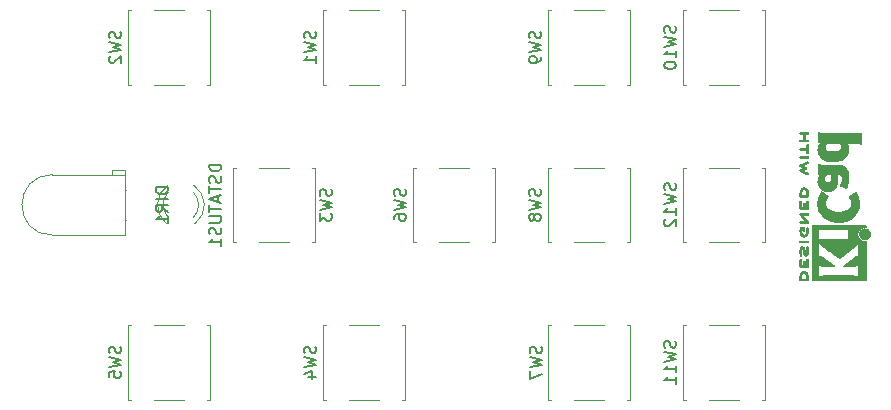
<source format=gbr>
%TF.GenerationSoftware,KiCad,Pcbnew,(6.0.6-0)*%
%TF.CreationDate,2022-12-31T16:02:41+01:00*%
%TF.ProjectId,rc5_remote,7263355f-7265-46d6-9f74-652e6b696361,rev?*%
%TF.SameCoordinates,Original*%
%TF.FileFunction,Legend,Bot*%
%TF.FilePolarity,Positive*%
%FSLAX46Y46*%
G04 Gerber Fmt 4.6, Leading zero omitted, Abs format (unit mm)*
G04 Created by KiCad (PCBNEW (6.0.6-0)) date 2022-12-31 16:02:41*
%MOMM*%
%LPD*%
G01*
G04 APERTURE LIST*
%ADD10C,0.150000*%
%ADD11C,0.010000*%
%ADD12C,0.120000*%
G04 APERTURE END LIST*
D10*
%TO.C,SW11*%
X153384761Y-90265476D02*
X153432380Y-90408333D01*
X153432380Y-90646428D01*
X153384761Y-90741666D01*
X153337142Y-90789285D01*
X153241904Y-90836904D01*
X153146666Y-90836904D01*
X153051428Y-90789285D01*
X153003809Y-90741666D01*
X152956190Y-90646428D01*
X152908571Y-90455952D01*
X152860952Y-90360714D01*
X152813333Y-90313095D01*
X152718095Y-90265476D01*
X152622857Y-90265476D01*
X152527619Y-90313095D01*
X152480000Y-90360714D01*
X152432380Y-90455952D01*
X152432380Y-90694047D01*
X152480000Y-90836904D01*
X152432380Y-91170238D02*
X153432380Y-91408333D01*
X152718095Y-91598809D01*
X153432380Y-91789285D01*
X152432380Y-92027380D01*
X153432380Y-92932142D02*
X153432380Y-92360714D01*
X153432380Y-92646428D02*
X152432380Y-92646428D01*
X152575238Y-92551190D01*
X152670476Y-92455952D01*
X152718095Y-92360714D01*
X153432380Y-93884523D02*
X153432380Y-93313095D01*
X153432380Y-93598809D02*
X152432380Y-93598809D01*
X152575238Y-93503571D01*
X152670476Y-93408333D01*
X152718095Y-93313095D01*
%TO.C,SW10*%
X153384761Y-63595476D02*
X153432380Y-63738333D01*
X153432380Y-63976428D01*
X153384761Y-64071666D01*
X153337142Y-64119285D01*
X153241904Y-64166904D01*
X153146666Y-64166904D01*
X153051428Y-64119285D01*
X153003809Y-64071666D01*
X152956190Y-63976428D01*
X152908571Y-63785952D01*
X152860952Y-63690714D01*
X152813333Y-63643095D01*
X152718095Y-63595476D01*
X152622857Y-63595476D01*
X152527619Y-63643095D01*
X152480000Y-63690714D01*
X152432380Y-63785952D01*
X152432380Y-64024047D01*
X152480000Y-64166904D01*
X152432380Y-64500238D02*
X153432380Y-64738333D01*
X152718095Y-64928809D01*
X153432380Y-65119285D01*
X152432380Y-65357380D01*
X153432380Y-66262142D02*
X153432380Y-65690714D01*
X153432380Y-65976428D02*
X152432380Y-65976428D01*
X152575238Y-65881190D01*
X152670476Y-65785952D01*
X152718095Y-65690714D01*
X152432380Y-66881190D02*
X152432380Y-66976428D01*
X152480000Y-67071666D01*
X152527619Y-67119285D01*
X152622857Y-67166904D01*
X152813333Y-67214523D01*
X153051428Y-67214523D01*
X153241904Y-67166904D01*
X153337142Y-67119285D01*
X153384761Y-67071666D01*
X153432380Y-66976428D01*
X153432380Y-66881190D01*
X153384761Y-66785952D01*
X153337142Y-66738333D01*
X153241904Y-66690714D01*
X153051428Y-66643095D01*
X152813333Y-66643095D01*
X152622857Y-66690714D01*
X152527619Y-66738333D01*
X152480000Y-66785952D01*
X152432380Y-66881190D01*
%TO.C,SW7*%
X142009761Y-90741666D02*
X142057380Y-90884523D01*
X142057380Y-91122619D01*
X142009761Y-91217857D01*
X141962142Y-91265476D01*
X141866904Y-91313095D01*
X141771666Y-91313095D01*
X141676428Y-91265476D01*
X141628809Y-91217857D01*
X141581190Y-91122619D01*
X141533571Y-90932142D01*
X141485952Y-90836904D01*
X141438333Y-90789285D01*
X141343095Y-90741666D01*
X141247857Y-90741666D01*
X141152619Y-90789285D01*
X141105000Y-90836904D01*
X141057380Y-90932142D01*
X141057380Y-91170238D01*
X141105000Y-91313095D01*
X141057380Y-91646428D02*
X142057380Y-91884523D01*
X141343095Y-92075000D01*
X142057380Y-92265476D01*
X141057380Y-92503571D01*
X141057380Y-92789285D02*
X141057380Y-93455952D01*
X142057380Y-93027380D01*
%TO.C,DIR1*%
X110392380Y-77268809D02*
X109392380Y-77268809D01*
X109392380Y-77506904D01*
X109440000Y-77649761D01*
X109535238Y-77745000D01*
X109630476Y-77792619D01*
X109820952Y-77840238D01*
X109963809Y-77840238D01*
X110154285Y-77792619D01*
X110249523Y-77745000D01*
X110344761Y-77649761D01*
X110392380Y-77506904D01*
X110392380Y-77268809D01*
X110392380Y-78268809D02*
X109392380Y-78268809D01*
X110392380Y-79316428D02*
X109916190Y-78983095D01*
X110392380Y-78745000D02*
X109392380Y-78745000D01*
X109392380Y-79125952D01*
X109440000Y-79221190D01*
X109487619Y-79268809D01*
X109582857Y-79316428D01*
X109725714Y-79316428D01*
X109820952Y-79268809D01*
X109868571Y-79221190D01*
X109916190Y-79125952D01*
X109916190Y-78745000D01*
X110392380Y-80268809D02*
X110392380Y-79697380D01*
X110392380Y-79983095D02*
X109392380Y-79983095D01*
X109535238Y-79887857D01*
X109630476Y-79792619D01*
X109678095Y-79697380D01*
%TO.C,SW5*%
X106394761Y-90741666D02*
X106442380Y-90884523D01*
X106442380Y-91122619D01*
X106394761Y-91217857D01*
X106347142Y-91265476D01*
X106251904Y-91313095D01*
X106156666Y-91313095D01*
X106061428Y-91265476D01*
X106013809Y-91217857D01*
X105966190Y-91122619D01*
X105918571Y-90932142D01*
X105870952Y-90836904D01*
X105823333Y-90789285D01*
X105728095Y-90741666D01*
X105632857Y-90741666D01*
X105537619Y-90789285D01*
X105490000Y-90836904D01*
X105442380Y-90932142D01*
X105442380Y-91170238D01*
X105490000Y-91313095D01*
X105442380Y-91646428D02*
X106442380Y-91884523D01*
X105728095Y-92075000D01*
X106442380Y-92265476D01*
X105442380Y-92503571D01*
X105442380Y-93360714D02*
X105442380Y-92884523D01*
X105918571Y-92836904D01*
X105870952Y-92884523D01*
X105823333Y-92979761D01*
X105823333Y-93217857D01*
X105870952Y-93313095D01*
X105918571Y-93360714D01*
X106013809Y-93408333D01*
X106251904Y-93408333D01*
X106347142Y-93360714D01*
X106394761Y-93313095D01*
X106442380Y-93217857D01*
X106442380Y-92979761D01*
X106394761Y-92884523D01*
X106347142Y-92836904D01*
%TO.C,SW8*%
X141954761Y-77406666D02*
X142002380Y-77549523D01*
X142002380Y-77787619D01*
X141954761Y-77882857D01*
X141907142Y-77930476D01*
X141811904Y-77978095D01*
X141716666Y-77978095D01*
X141621428Y-77930476D01*
X141573809Y-77882857D01*
X141526190Y-77787619D01*
X141478571Y-77597142D01*
X141430952Y-77501904D01*
X141383333Y-77454285D01*
X141288095Y-77406666D01*
X141192857Y-77406666D01*
X141097619Y-77454285D01*
X141050000Y-77501904D01*
X141002380Y-77597142D01*
X141002380Y-77835238D01*
X141050000Y-77978095D01*
X141002380Y-78311428D02*
X142002380Y-78549523D01*
X141288095Y-78740000D01*
X142002380Y-78930476D01*
X141002380Y-79168571D01*
X141430952Y-79692380D02*
X141383333Y-79597142D01*
X141335714Y-79549523D01*
X141240476Y-79501904D01*
X141192857Y-79501904D01*
X141097619Y-79549523D01*
X141050000Y-79597142D01*
X141002380Y-79692380D01*
X141002380Y-79882857D01*
X141050000Y-79978095D01*
X141097619Y-80025714D01*
X141192857Y-80073333D01*
X141240476Y-80073333D01*
X141335714Y-80025714D01*
X141383333Y-79978095D01*
X141430952Y-79882857D01*
X141430952Y-79692380D01*
X141478571Y-79597142D01*
X141526190Y-79549523D01*
X141621428Y-79501904D01*
X141811904Y-79501904D01*
X141907142Y-79549523D01*
X141954761Y-79597142D01*
X142002380Y-79692380D01*
X142002380Y-79882857D01*
X141954761Y-79978095D01*
X141907142Y-80025714D01*
X141811904Y-80073333D01*
X141621428Y-80073333D01*
X141526190Y-80025714D01*
X141478571Y-79978095D01*
X141430952Y-79882857D01*
%TO.C,SW2*%
X106394761Y-64071666D02*
X106442380Y-64214523D01*
X106442380Y-64452619D01*
X106394761Y-64547857D01*
X106347142Y-64595476D01*
X106251904Y-64643095D01*
X106156666Y-64643095D01*
X106061428Y-64595476D01*
X106013809Y-64547857D01*
X105966190Y-64452619D01*
X105918571Y-64262142D01*
X105870952Y-64166904D01*
X105823333Y-64119285D01*
X105728095Y-64071666D01*
X105632857Y-64071666D01*
X105537619Y-64119285D01*
X105490000Y-64166904D01*
X105442380Y-64262142D01*
X105442380Y-64500238D01*
X105490000Y-64643095D01*
X105442380Y-64976428D02*
X106442380Y-65214523D01*
X105728095Y-65405000D01*
X106442380Y-65595476D01*
X105442380Y-65833571D01*
X105537619Y-66166904D02*
X105490000Y-66214523D01*
X105442380Y-66309761D01*
X105442380Y-66547857D01*
X105490000Y-66643095D01*
X105537619Y-66690714D01*
X105632857Y-66738333D01*
X105728095Y-66738333D01*
X105870952Y-66690714D01*
X106442380Y-66119285D01*
X106442380Y-66738333D01*
%TO.C,SW4*%
X122904761Y-90741666D02*
X122952380Y-90884523D01*
X122952380Y-91122619D01*
X122904761Y-91217857D01*
X122857142Y-91265476D01*
X122761904Y-91313095D01*
X122666666Y-91313095D01*
X122571428Y-91265476D01*
X122523809Y-91217857D01*
X122476190Y-91122619D01*
X122428571Y-90932142D01*
X122380952Y-90836904D01*
X122333333Y-90789285D01*
X122238095Y-90741666D01*
X122142857Y-90741666D01*
X122047619Y-90789285D01*
X122000000Y-90836904D01*
X121952380Y-90932142D01*
X121952380Y-91170238D01*
X122000000Y-91313095D01*
X121952380Y-91646428D02*
X122952380Y-91884523D01*
X122238095Y-92075000D01*
X122952380Y-92265476D01*
X121952380Y-92503571D01*
X122285714Y-93313095D02*
X122952380Y-93313095D01*
X121904761Y-93075000D02*
X122619047Y-92836904D01*
X122619047Y-93455952D01*
%TO.C,SW3*%
X124229761Y-77406666D02*
X124277380Y-77549523D01*
X124277380Y-77787619D01*
X124229761Y-77882857D01*
X124182142Y-77930476D01*
X124086904Y-77978095D01*
X123991666Y-77978095D01*
X123896428Y-77930476D01*
X123848809Y-77882857D01*
X123801190Y-77787619D01*
X123753571Y-77597142D01*
X123705952Y-77501904D01*
X123658333Y-77454285D01*
X123563095Y-77406666D01*
X123467857Y-77406666D01*
X123372619Y-77454285D01*
X123325000Y-77501904D01*
X123277380Y-77597142D01*
X123277380Y-77835238D01*
X123325000Y-77978095D01*
X123277380Y-78311428D02*
X124277380Y-78549523D01*
X123563095Y-78740000D01*
X124277380Y-78930476D01*
X123277380Y-79168571D01*
X123277380Y-79454285D02*
X123277380Y-80073333D01*
X123658333Y-79740000D01*
X123658333Y-79882857D01*
X123705952Y-79978095D01*
X123753571Y-80025714D01*
X123848809Y-80073333D01*
X124086904Y-80073333D01*
X124182142Y-80025714D01*
X124229761Y-79978095D01*
X124277380Y-79882857D01*
X124277380Y-79597142D01*
X124229761Y-79501904D01*
X124182142Y-79454285D01*
%TO.C,SW12*%
X153384761Y-76930476D02*
X153432380Y-77073333D01*
X153432380Y-77311428D01*
X153384761Y-77406666D01*
X153337142Y-77454285D01*
X153241904Y-77501904D01*
X153146666Y-77501904D01*
X153051428Y-77454285D01*
X153003809Y-77406666D01*
X152956190Y-77311428D01*
X152908571Y-77120952D01*
X152860952Y-77025714D01*
X152813333Y-76978095D01*
X152718095Y-76930476D01*
X152622857Y-76930476D01*
X152527619Y-76978095D01*
X152480000Y-77025714D01*
X152432380Y-77120952D01*
X152432380Y-77359047D01*
X152480000Y-77501904D01*
X152432380Y-77835238D02*
X153432380Y-78073333D01*
X152718095Y-78263809D01*
X153432380Y-78454285D01*
X152432380Y-78692380D01*
X153432380Y-79597142D02*
X153432380Y-79025714D01*
X153432380Y-79311428D02*
X152432380Y-79311428D01*
X152575238Y-79216190D01*
X152670476Y-79120952D01*
X152718095Y-79025714D01*
X152527619Y-79978095D02*
X152480000Y-80025714D01*
X152432380Y-80120952D01*
X152432380Y-80359047D01*
X152480000Y-80454285D01*
X152527619Y-80501904D01*
X152622857Y-80549523D01*
X152718095Y-80549523D01*
X152860952Y-80501904D01*
X153432380Y-79930476D01*
X153432380Y-80549523D01*
%TO.C,SW1*%
X122904761Y-64071666D02*
X122952380Y-64214523D01*
X122952380Y-64452619D01*
X122904761Y-64547857D01*
X122857142Y-64595476D01*
X122761904Y-64643095D01*
X122666666Y-64643095D01*
X122571428Y-64595476D01*
X122523809Y-64547857D01*
X122476190Y-64452619D01*
X122428571Y-64262142D01*
X122380952Y-64166904D01*
X122333333Y-64119285D01*
X122238095Y-64071666D01*
X122142857Y-64071666D01*
X122047619Y-64119285D01*
X122000000Y-64166904D01*
X121952380Y-64262142D01*
X121952380Y-64500238D01*
X122000000Y-64643095D01*
X121952380Y-64976428D02*
X122952380Y-65214523D01*
X122238095Y-65405000D01*
X122952380Y-65595476D01*
X121952380Y-65833571D01*
X122952380Y-66738333D02*
X122952380Y-66166904D01*
X122952380Y-66452619D02*
X121952380Y-66452619D01*
X122095238Y-66357380D01*
X122190476Y-66262142D01*
X122238095Y-66166904D01*
%TO.C,DSTATUS1*%
X114918380Y-75340238D02*
X113918380Y-75340238D01*
X113918380Y-75578333D01*
X113966000Y-75721190D01*
X114061238Y-75816428D01*
X114156476Y-75864047D01*
X114346952Y-75911666D01*
X114489809Y-75911666D01*
X114680285Y-75864047D01*
X114775523Y-75816428D01*
X114870761Y-75721190D01*
X114918380Y-75578333D01*
X114918380Y-75340238D01*
X114870761Y-76292619D02*
X114918380Y-76435476D01*
X114918380Y-76673571D01*
X114870761Y-76768809D01*
X114823142Y-76816428D01*
X114727904Y-76864047D01*
X114632666Y-76864047D01*
X114537428Y-76816428D01*
X114489809Y-76768809D01*
X114442190Y-76673571D01*
X114394571Y-76483095D01*
X114346952Y-76387857D01*
X114299333Y-76340238D01*
X114204095Y-76292619D01*
X114108857Y-76292619D01*
X114013619Y-76340238D01*
X113966000Y-76387857D01*
X113918380Y-76483095D01*
X113918380Y-76721190D01*
X113966000Y-76864047D01*
X113918380Y-77149761D02*
X113918380Y-77721190D01*
X114918380Y-77435476D02*
X113918380Y-77435476D01*
X114632666Y-78006904D02*
X114632666Y-78483095D01*
X114918380Y-77911666D02*
X113918380Y-78245000D01*
X114918380Y-78578333D01*
X113918380Y-78768809D02*
X113918380Y-79340238D01*
X114918380Y-79054523D02*
X113918380Y-79054523D01*
X113918380Y-79673571D02*
X114727904Y-79673571D01*
X114823142Y-79721190D01*
X114870761Y-79768809D01*
X114918380Y-79864047D01*
X114918380Y-80054523D01*
X114870761Y-80149761D01*
X114823142Y-80197380D01*
X114727904Y-80245000D01*
X113918380Y-80245000D01*
X114870761Y-80673571D02*
X114918380Y-80816428D01*
X114918380Y-81054523D01*
X114870761Y-81149761D01*
X114823142Y-81197380D01*
X114727904Y-81245000D01*
X114632666Y-81245000D01*
X114537428Y-81197380D01*
X114489809Y-81149761D01*
X114442190Y-81054523D01*
X114394571Y-80864047D01*
X114346952Y-80768809D01*
X114299333Y-80721190D01*
X114204095Y-80673571D01*
X114108857Y-80673571D01*
X114013619Y-80721190D01*
X113966000Y-80768809D01*
X113918380Y-80864047D01*
X113918380Y-81102142D01*
X113966000Y-81245000D01*
X114918380Y-82197380D02*
X114918380Y-81625952D01*
X114918380Y-81911666D02*
X113918380Y-81911666D01*
X114061238Y-81816428D01*
X114156476Y-81721190D01*
X114204095Y-81625952D01*
%TO.C,SW9*%
X141954761Y-64071666D02*
X142002380Y-64214523D01*
X142002380Y-64452619D01*
X141954761Y-64547857D01*
X141907142Y-64595476D01*
X141811904Y-64643095D01*
X141716666Y-64643095D01*
X141621428Y-64595476D01*
X141573809Y-64547857D01*
X141526190Y-64452619D01*
X141478571Y-64262142D01*
X141430952Y-64166904D01*
X141383333Y-64119285D01*
X141288095Y-64071666D01*
X141192857Y-64071666D01*
X141097619Y-64119285D01*
X141050000Y-64166904D01*
X141002380Y-64262142D01*
X141002380Y-64500238D01*
X141050000Y-64643095D01*
X141002380Y-64976428D02*
X142002380Y-65214523D01*
X141288095Y-65405000D01*
X142002380Y-65595476D01*
X141002380Y-65833571D01*
X142002380Y-66262142D02*
X142002380Y-66452619D01*
X141954761Y-66547857D01*
X141907142Y-66595476D01*
X141764285Y-66690714D01*
X141573809Y-66738333D01*
X141192857Y-66738333D01*
X141097619Y-66690714D01*
X141050000Y-66643095D01*
X141002380Y-66547857D01*
X141002380Y-66357380D01*
X141050000Y-66262142D01*
X141097619Y-66214523D01*
X141192857Y-66166904D01*
X141430952Y-66166904D01*
X141526190Y-66214523D01*
X141573809Y-66262142D01*
X141621428Y-66357380D01*
X141621428Y-66547857D01*
X141573809Y-66643095D01*
X141526190Y-66690714D01*
X141430952Y-66738333D01*
%TO.C,SW6*%
X130524761Y-77406666D02*
X130572380Y-77549523D01*
X130572380Y-77787619D01*
X130524761Y-77882857D01*
X130477142Y-77930476D01*
X130381904Y-77978095D01*
X130286666Y-77978095D01*
X130191428Y-77930476D01*
X130143809Y-77882857D01*
X130096190Y-77787619D01*
X130048571Y-77597142D01*
X130000952Y-77501904D01*
X129953333Y-77454285D01*
X129858095Y-77406666D01*
X129762857Y-77406666D01*
X129667619Y-77454285D01*
X129620000Y-77501904D01*
X129572380Y-77597142D01*
X129572380Y-77835238D01*
X129620000Y-77978095D01*
X129572380Y-78311428D02*
X130572380Y-78549523D01*
X129858095Y-78740000D01*
X130572380Y-78930476D01*
X129572380Y-79168571D01*
X129572380Y-79978095D02*
X129572380Y-79787619D01*
X129620000Y-79692380D01*
X129667619Y-79644761D01*
X129810476Y-79549523D01*
X130000952Y-79501904D01*
X130381904Y-79501904D01*
X130477142Y-79549523D01*
X130524761Y-79597142D01*
X130572380Y-79692380D01*
X130572380Y-79882857D01*
X130524761Y-79978095D01*
X130477142Y-80025714D01*
X130381904Y-80073333D01*
X130143809Y-80073333D01*
X130048571Y-80025714D01*
X130000952Y-79978095D01*
X129953333Y-79882857D01*
X129953333Y-79692380D01*
X130000952Y-79597142D01*
X130048571Y-79549523D01*
X130143809Y-79501904D01*
%TO.C,REF\u002A\u002A*%
G36*
X164101974Y-82253808D02*
G01*
X164134655Y-82257681D01*
X164161181Y-82270065D01*
X164192029Y-82295230D01*
X164214169Y-82316442D01*
X164236715Y-82342838D01*
X164255083Y-82372555D01*
X164270339Y-82408785D01*
X164283551Y-82454717D01*
X164295786Y-82513544D01*
X164308111Y-82588456D01*
X164321594Y-82682645D01*
X164328604Y-82727957D01*
X164343163Y-82795911D01*
X164359663Y-82845047D01*
X164377561Y-82874614D01*
X164396315Y-82883864D01*
X164415385Y-82872048D01*
X164434229Y-82838416D01*
X164435443Y-82835370D01*
X164447521Y-82789011D01*
X164455721Y-82726361D01*
X164459881Y-82652927D01*
X164459839Y-82574217D01*
X164455431Y-82495739D01*
X164446495Y-82423000D01*
X164445846Y-82419073D01*
X164438139Y-82370257D01*
X164434527Y-82338005D01*
X164435124Y-82317008D01*
X164440046Y-82301954D01*
X164449404Y-82287534D01*
X164450275Y-82286364D01*
X164480649Y-82261847D01*
X164516150Y-82257054D01*
X164550731Y-82272860D01*
X164555187Y-82277406D01*
X164570327Y-82307020D01*
X164583450Y-82354002D01*
X164594250Y-82414306D01*
X164602419Y-82483888D01*
X164607649Y-82558703D01*
X164609633Y-82634706D01*
X164608064Y-82707853D01*
X164602634Y-82774100D01*
X164593036Y-82829400D01*
X164578175Y-82880283D01*
X164545042Y-82951595D01*
X164502360Y-83002752D01*
X164450295Y-83033575D01*
X164389017Y-83043889D01*
X164357768Y-83042952D01*
X164332971Y-83037160D01*
X164311301Y-83022353D01*
X164283951Y-82994380D01*
X164276622Y-82986402D01*
X164255719Y-82962692D01*
X164238749Y-82940298D01*
X164224795Y-82916265D01*
X164212944Y-82887637D01*
X164202280Y-82851460D01*
X164191889Y-82804780D01*
X164180854Y-82744641D01*
X164168262Y-82668090D01*
X164153196Y-82572171D01*
X164150162Y-82553808D01*
X164136542Y-82491478D01*
X164120808Y-82446260D01*
X164103737Y-82419976D01*
X164086103Y-82414447D01*
X164081832Y-82417068D01*
X164066767Y-82435000D01*
X164050133Y-82463126D01*
X164044143Y-82475926D01*
X164036950Y-82497224D01*
X164032173Y-82523610D01*
X164029354Y-82559454D01*
X164028036Y-82609128D01*
X164027763Y-82677000D01*
X164027836Y-82694785D01*
X164028947Y-82762406D01*
X164031172Y-82827345D01*
X164034238Y-82882970D01*
X164037873Y-82922651D01*
X164041941Y-82958162D01*
X164042724Y-82987415D01*
X164038124Y-83006315D01*
X164027449Y-83021429D01*
X164023856Y-83025085D01*
X163992082Y-83041427D01*
X163956428Y-83040107D01*
X163925810Y-83021150D01*
X163914204Y-83000780D01*
X163901509Y-82964796D01*
X163891459Y-82922372D01*
X163890860Y-82918922D01*
X163885644Y-82876252D01*
X163881270Y-82818866D01*
X163878182Y-82753849D01*
X163876823Y-82688289D01*
X163876782Y-82672057D01*
X163879259Y-82573744D01*
X163887265Y-82493692D01*
X163901797Y-82428513D01*
X163923851Y-82374817D01*
X163954424Y-82329216D01*
X163994514Y-82288323D01*
X164020741Y-82268202D01*
X164050288Y-82256576D01*
X164090005Y-82253667D01*
X164101974Y-82253808D01*
G37*
D11*
X164101974Y-82253808D02*
X164134655Y-82257681D01*
X164161181Y-82270065D01*
X164192029Y-82295230D01*
X164214169Y-82316442D01*
X164236715Y-82342838D01*
X164255083Y-82372555D01*
X164270339Y-82408785D01*
X164283551Y-82454717D01*
X164295786Y-82513544D01*
X164308111Y-82588456D01*
X164321594Y-82682645D01*
X164328604Y-82727957D01*
X164343163Y-82795911D01*
X164359663Y-82845047D01*
X164377561Y-82874614D01*
X164396315Y-82883864D01*
X164415385Y-82872048D01*
X164434229Y-82838416D01*
X164435443Y-82835370D01*
X164447521Y-82789011D01*
X164455721Y-82726361D01*
X164459881Y-82652927D01*
X164459839Y-82574217D01*
X164455431Y-82495739D01*
X164446495Y-82423000D01*
X164445846Y-82419073D01*
X164438139Y-82370257D01*
X164434527Y-82338005D01*
X164435124Y-82317008D01*
X164440046Y-82301954D01*
X164449404Y-82287534D01*
X164450275Y-82286364D01*
X164480649Y-82261847D01*
X164516150Y-82257054D01*
X164550731Y-82272860D01*
X164555187Y-82277406D01*
X164570327Y-82307020D01*
X164583450Y-82354002D01*
X164594250Y-82414306D01*
X164602419Y-82483888D01*
X164607649Y-82558703D01*
X164609633Y-82634706D01*
X164608064Y-82707853D01*
X164602634Y-82774100D01*
X164593036Y-82829400D01*
X164578175Y-82880283D01*
X164545042Y-82951595D01*
X164502360Y-83002752D01*
X164450295Y-83033575D01*
X164389017Y-83043889D01*
X164357768Y-83042952D01*
X164332971Y-83037160D01*
X164311301Y-83022353D01*
X164283951Y-82994380D01*
X164276622Y-82986402D01*
X164255719Y-82962692D01*
X164238749Y-82940298D01*
X164224795Y-82916265D01*
X164212944Y-82887637D01*
X164202280Y-82851460D01*
X164191889Y-82804780D01*
X164180854Y-82744641D01*
X164168262Y-82668090D01*
X164153196Y-82572171D01*
X164150162Y-82553808D01*
X164136542Y-82491478D01*
X164120808Y-82446260D01*
X164103737Y-82419976D01*
X164086103Y-82414447D01*
X164081832Y-82417068D01*
X164066767Y-82435000D01*
X164050133Y-82463126D01*
X164044143Y-82475926D01*
X164036950Y-82497224D01*
X164032173Y-82523610D01*
X164029354Y-82559454D01*
X164028036Y-82609128D01*
X164027763Y-82677000D01*
X164027836Y-82694785D01*
X164028947Y-82762406D01*
X164031172Y-82827345D01*
X164034238Y-82882970D01*
X164037873Y-82922651D01*
X164041941Y-82958162D01*
X164042724Y-82987415D01*
X164038124Y-83006315D01*
X164027449Y-83021429D01*
X164023856Y-83025085D01*
X163992082Y-83041427D01*
X163956428Y-83040107D01*
X163925810Y-83021150D01*
X163914204Y-83000780D01*
X163901509Y-82964796D01*
X163891459Y-82922372D01*
X163890860Y-82918922D01*
X163885644Y-82876252D01*
X163881270Y-82818866D01*
X163878182Y-82753849D01*
X163876823Y-82688289D01*
X163876782Y-82672057D01*
X163879259Y-82573744D01*
X163887265Y-82493692D01*
X163901797Y-82428513D01*
X163923851Y-82374817D01*
X163954424Y-82329216D01*
X163994514Y-82288323D01*
X164020741Y-82268202D01*
X164050288Y-82256576D01*
X164090005Y-82253667D01*
X164101974Y-82253808D01*
G36*
X166234533Y-77594755D02*
G01*
X166200637Y-77594261D01*
X166125798Y-77590632D01*
X166063599Y-77583022D01*
X166007016Y-77570688D01*
X165880924Y-77526313D01*
X165766321Y-77463400D01*
X165665432Y-77383238D01*
X165579076Y-77286740D01*
X165508068Y-77174822D01*
X165453224Y-77048397D01*
X165415362Y-76908378D01*
X165409649Y-76872149D01*
X165403687Y-76793155D01*
X165403354Y-76704841D01*
X165408341Y-76615075D01*
X165418334Y-76531722D01*
X165423453Y-76507648D01*
X165966617Y-76507648D01*
X165969460Y-76583011D01*
X165981380Y-76643743D01*
X166003963Y-76695452D01*
X166038789Y-76743746D01*
X166043202Y-76748803D01*
X166098840Y-76797272D01*
X166162667Y-76825459D01*
X166237718Y-76834752D01*
X166309307Y-76827520D01*
X166372355Y-76802796D01*
X166430242Y-76758249D01*
X166477192Y-76703319D01*
X166517039Y-76630894D01*
X166544737Y-76544340D01*
X166560904Y-76441670D01*
X166566158Y-76320894D01*
X166566143Y-76312007D01*
X166565345Y-76256660D01*
X166563512Y-76209736D01*
X166560889Y-76175953D01*
X166557726Y-76160028D01*
X166551259Y-76155943D01*
X166529125Y-76151572D01*
X166490012Y-76148604D01*
X166432061Y-76146914D01*
X166353414Y-76146378D01*
X166157538Y-76146378D01*
X166101027Y-76191048D01*
X166085788Y-76203785D01*
X166043156Y-76250604D01*
X166007328Y-76311255D01*
X166002150Y-76321897D01*
X165985255Y-76360676D01*
X165975091Y-76395692D01*
X165969675Y-76435722D01*
X165967022Y-76489541D01*
X165966617Y-76507648D01*
X165423453Y-76507648D01*
X165433022Y-76462651D01*
X165463251Y-76376187D01*
X165517943Y-76266286D01*
X165585457Y-76168956D01*
X165636444Y-76106867D01*
X165540378Y-76103605D01*
X165444311Y-76100343D01*
X165444311Y-75677450D01*
X165444314Y-75666543D01*
X165444620Y-75572056D01*
X165445384Y-75485331D01*
X165446549Y-75408837D01*
X165448058Y-75345043D01*
X165449853Y-75296418D01*
X165451879Y-75265433D01*
X165454078Y-75254556D01*
X165454537Y-75254578D01*
X165470090Y-75261614D01*
X165492929Y-75277434D01*
X165498362Y-75281734D01*
X165512394Y-75292777D01*
X165525814Y-75302311D01*
X165540278Y-75310461D01*
X165557444Y-75317352D01*
X165578966Y-75323111D01*
X165606502Y-75327862D01*
X165641708Y-75331731D01*
X165686240Y-75334844D01*
X165741754Y-75337325D01*
X165809907Y-75339300D01*
X165892355Y-75340894D01*
X165990754Y-75342234D01*
X166106761Y-75343444D01*
X166242032Y-75344649D01*
X166398222Y-75345975D01*
X166540988Y-75347228D01*
X166686058Y-75348651D01*
X166811973Y-75350176D01*
X166920564Y-75351933D01*
X167013666Y-75354051D01*
X167093109Y-75356660D01*
X167160727Y-75359890D01*
X167218351Y-75363869D01*
X167267815Y-75368728D01*
X167310950Y-75374597D01*
X167349590Y-75381604D01*
X167385566Y-75389880D01*
X167420711Y-75399554D01*
X167456858Y-75410756D01*
X167495839Y-75423616D01*
X167538909Y-75439090D01*
X167631129Y-75481994D01*
X167710901Y-75535735D01*
X167785035Y-75604576D01*
X167848595Y-75682185D01*
X167910275Y-75786761D01*
X167957798Y-75906244D01*
X167991433Y-76041508D01*
X168011448Y-76193426D01*
X168018111Y-76362872D01*
X168017713Y-76420890D01*
X168015665Y-76486398D01*
X168011296Y-76547693D01*
X168003965Y-76609097D01*
X167993031Y-76674932D01*
X167977853Y-76749520D01*
X167957791Y-76837184D01*
X167932203Y-76942245D01*
X167925180Y-76970806D01*
X167907224Y-77046054D01*
X167891180Y-77116388D01*
X167877972Y-77177567D01*
X167868526Y-77225354D01*
X167863769Y-77255511D01*
X167860090Y-77283783D01*
X167854813Y-77310060D01*
X167850058Y-77320059D01*
X167841219Y-77316952D01*
X167813928Y-77306194D01*
X167771094Y-77288864D01*
X167715575Y-77266126D01*
X167650228Y-77239147D01*
X167577911Y-77209090D01*
X167562121Y-77202493D01*
X167471516Y-77163907D01*
X167401783Y-77132768D01*
X167352595Y-77108917D01*
X167323626Y-77092198D01*
X167314548Y-77082454D01*
X167316595Y-77074766D01*
X167326240Y-77048415D01*
X167341810Y-77009982D01*
X167361185Y-76964822D01*
X167399186Y-76870293D01*
X167440220Y-76733480D01*
X167465388Y-76592289D01*
X167469389Y-76554314D01*
X167471553Y-76451059D01*
X167458378Y-76363952D01*
X167429244Y-76292129D01*
X167383534Y-76234731D01*
X167320628Y-76190896D01*
X167239908Y-76159762D01*
X167140755Y-76140470D01*
X167081776Y-76133050D01*
X167088555Y-76294936D01*
X167090187Y-76421495D01*
X167083806Y-76572951D01*
X167069223Y-76721396D01*
X167047118Y-76857578D01*
X167032179Y-76922245D01*
X166989259Y-77054490D01*
X166932660Y-77176762D01*
X166863983Y-77286685D01*
X166784830Y-77381883D01*
X166696804Y-77459980D01*
X166601507Y-77518599D01*
X166549136Y-77542595D01*
X166478410Y-77568232D01*
X166407188Y-77584478D01*
X166328288Y-77592822D01*
X166237718Y-77594690D01*
X166234533Y-77594755D01*
G37*
X166234533Y-77594755D02*
X166200637Y-77594261D01*
X166125798Y-77590632D01*
X166063599Y-77583022D01*
X166007016Y-77570688D01*
X165880924Y-77526313D01*
X165766321Y-77463400D01*
X165665432Y-77383238D01*
X165579076Y-77286740D01*
X165508068Y-77174822D01*
X165453224Y-77048397D01*
X165415362Y-76908378D01*
X165409649Y-76872149D01*
X165403687Y-76793155D01*
X165403354Y-76704841D01*
X165408341Y-76615075D01*
X165418334Y-76531722D01*
X165423453Y-76507648D01*
X165966617Y-76507648D01*
X165969460Y-76583011D01*
X165981380Y-76643743D01*
X166003963Y-76695452D01*
X166038789Y-76743746D01*
X166043202Y-76748803D01*
X166098840Y-76797272D01*
X166162667Y-76825459D01*
X166237718Y-76834752D01*
X166309307Y-76827520D01*
X166372355Y-76802796D01*
X166430242Y-76758249D01*
X166477192Y-76703319D01*
X166517039Y-76630894D01*
X166544737Y-76544340D01*
X166560904Y-76441670D01*
X166566158Y-76320894D01*
X166566143Y-76312007D01*
X166565345Y-76256660D01*
X166563512Y-76209736D01*
X166560889Y-76175953D01*
X166557726Y-76160028D01*
X166551259Y-76155943D01*
X166529125Y-76151572D01*
X166490012Y-76148604D01*
X166432061Y-76146914D01*
X166353414Y-76146378D01*
X166157538Y-76146378D01*
X166101027Y-76191048D01*
X166085788Y-76203785D01*
X166043156Y-76250604D01*
X166007328Y-76311255D01*
X166002150Y-76321897D01*
X165985255Y-76360676D01*
X165975091Y-76395692D01*
X165969675Y-76435722D01*
X165967022Y-76489541D01*
X165966617Y-76507648D01*
X165423453Y-76507648D01*
X165433022Y-76462651D01*
X165463251Y-76376187D01*
X165517943Y-76266286D01*
X165585457Y-76168956D01*
X165636444Y-76106867D01*
X165540378Y-76103605D01*
X165444311Y-76100343D01*
X165444311Y-75677450D01*
X165444314Y-75666543D01*
X165444620Y-75572056D01*
X165445384Y-75485331D01*
X165446549Y-75408837D01*
X165448058Y-75345043D01*
X165449853Y-75296418D01*
X165451879Y-75265433D01*
X165454078Y-75254556D01*
X165454537Y-75254578D01*
X165470090Y-75261614D01*
X165492929Y-75277434D01*
X165498362Y-75281734D01*
X165512394Y-75292777D01*
X165525814Y-75302311D01*
X165540278Y-75310461D01*
X165557444Y-75317352D01*
X165578966Y-75323111D01*
X165606502Y-75327862D01*
X165641708Y-75331731D01*
X165686240Y-75334844D01*
X165741754Y-75337325D01*
X165809907Y-75339300D01*
X165892355Y-75340894D01*
X165990754Y-75342234D01*
X166106761Y-75343444D01*
X166242032Y-75344649D01*
X166398222Y-75345975D01*
X166540988Y-75347228D01*
X166686058Y-75348651D01*
X166811973Y-75350176D01*
X166920564Y-75351933D01*
X167013666Y-75354051D01*
X167093109Y-75356660D01*
X167160727Y-75359890D01*
X167218351Y-75363869D01*
X167267815Y-75368728D01*
X167310950Y-75374597D01*
X167349590Y-75381604D01*
X167385566Y-75389880D01*
X167420711Y-75399554D01*
X167456858Y-75410756D01*
X167495839Y-75423616D01*
X167538909Y-75439090D01*
X167631129Y-75481994D01*
X167710901Y-75535735D01*
X167785035Y-75604576D01*
X167848595Y-75682185D01*
X167910275Y-75786761D01*
X167957798Y-75906244D01*
X167991433Y-76041508D01*
X168011448Y-76193426D01*
X168018111Y-76362872D01*
X168017713Y-76420890D01*
X168015665Y-76486398D01*
X168011296Y-76547693D01*
X168003965Y-76609097D01*
X167993031Y-76674932D01*
X167977853Y-76749520D01*
X167957791Y-76837184D01*
X167932203Y-76942245D01*
X167925180Y-76970806D01*
X167907224Y-77046054D01*
X167891180Y-77116388D01*
X167877972Y-77177567D01*
X167868526Y-77225354D01*
X167863769Y-77255511D01*
X167860090Y-77283783D01*
X167854813Y-77310060D01*
X167850058Y-77320059D01*
X167841219Y-77316952D01*
X167813928Y-77306194D01*
X167771094Y-77288864D01*
X167715575Y-77266126D01*
X167650228Y-77239147D01*
X167577911Y-77209090D01*
X167562121Y-77202493D01*
X167471516Y-77163907D01*
X167401783Y-77132768D01*
X167352595Y-77108917D01*
X167323626Y-77092198D01*
X167314548Y-77082454D01*
X167316595Y-77074766D01*
X167326240Y-77048415D01*
X167341810Y-77009982D01*
X167361185Y-76964822D01*
X167399186Y-76870293D01*
X167440220Y-76733480D01*
X167465388Y-76592289D01*
X167469389Y-76554314D01*
X167471553Y-76451059D01*
X167458378Y-76363952D01*
X167429244Y-76292129D01*
X167383534Y-76234731D01*
X167320628Y-76190896D01*
X167239908Y-76159762D01*
X167140755Y-76140470D01*
X167081776Y-76133050D01*
X167088555Y-76294936D01*
X167090187Y-76421495D01*
X167083806Y-76572951D01*
X167069223Y-76721396D01*
X167047118Y-76857578D01*
X167032179Y-76922245D01*
X166989259Y-77054490D01*
X166932660Y-77176762D01*
X166863983Y-77286685D01*
X166784830Y-77381883D01*
X166696804Y-77459980D01*
X166601507Y-77518599D01*
X166549136Y-77542595D01*
X166478410Y-77568232D01*
X166407188Y-77584478D01*
X166328288Y-77592822D01*
X166237718Y-77594690D01*
X166234533Y-77594755D01*
G36*
X164317706Y-81768284D02*
G01*
X164395615Y-81768539D01*
X164455625Y-81769183D01*
X164500352Y-81770387D01*
X164532415Y-81772324D01*
X164554429Y-81775164D01*
X164569013Y-81779079D01*
X164578782Y-81784242D01*
X164586355Y-81790822D01*
X164605377Y-81820006D01*
X164604537Y-81853137D01*
X164581224Y-81887291D01*
X164553515Y-81915000D01*
X164240463Y-81915000D01*
X164156433Y-81914959D01*
X164082211Y-81914701D01*
X164025459Y-81914030D01*
X163983488Y-81912752D01*
X163953611Y-81910673D01*
X163933139Y-81907599D01*
X163919386Y-81903334D01*
X163909663Y-81897684D01*
X163901283Y-81890455D01*
X163879819Y-81858991D01*
X163878053Y-81823826D01*
X163897733Y-81790822D01*
X163903602Y-81785516D01*
X163912686Y-81780066D01*
X163926027Y-81775900D01*
X163946243Y-81772846D01*
X163975951Y-81770732D01*
X164017768Y-81769386D01*
X164074311Y-81768638D01*
X164148198Y-81768314D01*
X164242044Y-81768245D01*
X164317706Y-81768284D01*
G37*
X164317706Y-81768284D02*
X164395615Y-81768539D01*
X164455625Y-81769183D01*
X164500352Y-81770387D01*
X164532415Y-81772324D01*
X164554429Y-81775164D01*
X164569013Y-81779079D01*
X164578782Y-81784242D01*
X164586355Y-81790822D01*
X164605377Y-81820006D01*
X164604537Y-81853137D01*
X164581224Y-81887291D01*
X164553515Y-81915000D01*
X164240463Y-81915000D01*
X164156433Y-81914959D01*
X164082211Y-81914701D01*
X164025459Y-81914030D01*
X163983488Y-81912752D01*
X163953611Y-81910673D01*
X163933139Y-81907599D01*
X163919386Y-81903334D01*
X163909663Y-81897684D01*
X163901283Y-81890455D01*
X163879819Y-81858991D01*
X163878053Y-81823826D01*
X163897733Y-81790822D01*
X163903602Y-81785516D01*
X163912686Y-81780066D01*
X163926027Y-81775900D01*
X163946243Y-81772846D01*
X163975951Y-81770732D01*
X164017768Y-81769386D01*
X164074311Y-81768638D01*
X164148198Y-81768314D01*
X164242044Y-81768245D01*
X164317706Y-81768284D01*
G36*
X165734016Y-77602076D02*
G01*
X165753921Y-77613250D01*
X165789580Y-77634134D01*
X165838541Y-77663265D01*
X165898354Y-77699181D01*
X165966567Y-77740420D01*
X166040729Y-77785517D01*
X166337992Y-77966785D01*
X166293461Y-78013315D01*
X166215135Y-78104723D01*
X166140561Y-78218334D01*
X166086526Y-78336122D01*
X166053710Y-78456559D01*
X166042789Y-78578117D01*
X166044132Y-78619585D01*
X166062388Y-78737080D01*
X166101383Y-78847089D01*
X166160330Y-78948430D01*
X166238443Y-79039921D01*
X166334936Y-79120380D01*
X166449022Y-79188627D01*
X166483276Y-79204908D01*
X166606760Y-79250982D01*
X166745082Y-79286106D01*
X166894439Y-79310197D01*
X167051027Y-79323173D01*
X167211044Y-79324949D01*
X167370686Y-79315443D01*
X167526150Y-79294572D01*
X167673634Y-79262252D01*
X167809333Y-79218399D01*
X167895924Y-79180982D01*
X168009312Y-79116185D01*
X168102930Y-79040772D01*
X168177041Y-78954418D01*
X168231906Y-78856795D01*
X168267788Y-78747577D01*
X168284949Y-78626439D01*
X168286120Y-78557038D01*
X168271859Y-78434168D01*
X168236759Y-78318664D01*
X168181318Y-78211953D01*
X168106036Y-78115464D01*
X168091560Y-78099720D01*
X168065038Y-78069150D01*
X168047862Y-78046809D01*
X168043213Y-78036691D01*
X168045403Y-78034706D01*
X168064279Y-78020241D01*
X168097603Y-77996400D01*
X168142620Y-77965029D01*
X168196575Y-77927974D01*
X168256715Y-77887083D01*
X168320282Y-77844202D01*
X168384524Y-77801178D01*
X168446685Y-77759857D01*
X168504009Y-77722086D01*
X168553743Y-77689712D01*
X168593132Y-77664582D01*
X168619420Y-77648542D01*
X168629853Y-77643439D01*
X168634059Y-77648050D01*
X168639067Y-77667267D01*
X168641614Y-77676838D01*
X168652751Y-77704809D01*
X168671198Y-77746448D01*
X168695275Y-77797995D01*
X168723301Y-77855690D01*
X168728846Y-77866957D01*
X168808111Y-78044687D01*
X168867615Y-78214490D01*
X168907755Y-78378430D01*
X168928929Y-78538571D01*
X168931534Y-78696977D01*
X168915967Y-78855711D01*
X168898477Y-78951268D01*
X168853436Y-79115558D01*
X168790344Y-79269589D01*
X168708085Y-79415509D01*
X168605543Y-79555466D01*
X168481601Y-79691608D01*
X168436339Y-79735473D01*
X168304135Y-79847758D01*
X168166168Y-79940972D01*
X168018250Y-80017719D01*
X167856197Y-80080603D01*
X167844609Y-80084420D01*
X167658608Y-80134507D01*
X167462479Y-80167899D01*
X167260432Y-80184584D01*
X167056675Y-80184551D01*
X166855419Y-80167791D01*
X166660872Y-80134292D01*
X166477244Y-80084044D01*
X166359947Y-80040190D01*
X166197049Y-79962348D01*
X166043134Y-79868828D01*
X165901329Y-79761822D01*
X165774761Y-79643519D01*
X165666559Y-79516111D01*
X165613880Y-79438606D01*
X165544250Y-79311725D01*
X165485532Y-79174243D01*
X165440413Y-79032716D01*
X165411578Y-78893702D01*
X165409894Y-78879597D01*
X165406566Y-78836153D01*
X165403725Y-78778723D01*
X165401627Y-78713122D01*
X165400532Y-78645167D01*
X165402860Y-78518378D01*
X165415864Y-78370673D01*
X165440867Y-78232779D01*
X165478682Y-78099014D01*
X165487111Y-78075562D01*
X165506592Y-78027612D01*
X165531527Y-77971140D01*
X165560278Y-77909379D01*
X165591210Y-77845563D01*
X165622685Y-77782926D01*
X165653066Y-77724703D01*
X165680717Y-77674127D01*
X165704001Y-77634433D01*
X165721282Y-77608854D01*
X165730921Y-77600625D01*
X165734016Y-77602076D01*
G37*
X165734016Y-77602076D02*
X165753921Y-77613250D01*
X165789580Y-77634134D01*
X165838541Y-77663265D01*
X165898354Y-77699181D01*
X165966567Y-77740420D01*
X166040729Y-77785517D01*
X166337992Y-77966785D01*
X166293461Y-78013315D01*
X166215135Y-78104723D01*
X166140561Y-78218334D01*
X166086526Y-78336122D01*
X166053710Y-78456559D01*
X166042789Y-78578117D01*
X166044132Y-78619585D01*
X166062388Y-78737080D01*
X166101383Y-78847089D01*
X166160330Y-78948430D01*
X166238443Y-79039921D01*
X166334936Y-79120380D01*
X166449022Y-79188627D01*
X166483276Y-79204908D01*
X166606760Y-79250982D01*
X166745082Y-79286106D01*
X166894439Y-79310197D01*
X167051027Y-79323173D01*
X167211044Y-79324949D01*
X167370686Y-79315443D01*
X167526150Y-79294572D01*
X167673634Y-79262252D01*
X167809333Y-79218399D01*
X167895924Y-79180982D01*
X168009312Y-79116185D01*
X168102930Y-79040772D01*
X168177041Y-78954418D01*
X168231906Y-78856795D01*
X168267788Y-78747577D01*
X168284949Y-78626439D01*
X168286120Y-78557038D01*
X168271859Y-78434168D01*
X168236759Y-78318664D01*
X168181318Y-78211953D01*
X168106036Y-78115464D01*
X168091560Y-78099720D01*
X168065038Y-78069150D01*
X168047862Y-78046809D01*
X168043213Y-78036691D01*
X168045403Y-78034706D01*
X168064279Y-78020241D01*
X168097603Y-77996400D01*
X168142620Y-77965029D01*
X168196575Y-77927974D01*
X168256715Y-77887083D01*
X168320282Y-77844202D01*
X168384524Y-77801178D01*
X168446685Y-77759857D01*
X168504009Y-77722086D01*
X168553743Y-77689712D01*
X168593132Y-77664582D01*
X168619420Y-77648542D01*
X168629853Y-77643439D01*
X168634059Y-77648050D01*
X168639067Y-77667267D01*
X168641614Y-77676838D01*
X168652751Y-77704809D01*
X168671198Y-77746448D01*
X168695275Y-77797995D01*
X168723301Y-77855690D01*
X168728846Y-77866957D01*
X168808111Y-78044687D01*
X168867615Y-78214490D01*
X168907755Y-78378430D01*
X168928929Y-78538571D01*
X168931534Y-78696977D01*
X168915967Y-78855711D01*
X168898477Y-78951268D01*
X168853436Y-79115558D01*
X168790344Y-79269589D01*
X168708085Y-79415509D01*
X168605543Y-79555466D01*
X168481601Y-79691608D01*
X168436339Y-79735473D01*
X168304135Y-79847758D01*
X168166168Y-79940972D01*
X168018250Y-80017719D01*
X167856197Y-80080603D01*
X167844609Y-80084420D01*
X167658608Y-80134507D01*
X167462479Y-80167899D01*
X167260432Y-80184584D01*
X167056675Y-80184551D01*
X166855419Y-80167791D01*
X166660872Y-80134292D01*
X166477244Y-80084044D01*
X166359947Y-80040190D01*
X166197049Y-79962348D01*
X166043134Y-79868828D01*
X165901329Y-79761822D01*
X165774761Y-79643519D01*
X165666559Y-79516111D01*
X165613880Y-79438606D01*
X165544250Y-79311725D01*
X165485532Y-79174243D01*
X165440413Y-79032716D01*
X165411578Y-78893702D01*
X165409894Y-78879597D01*
X165406566Y-78836153D01*
X165403725Y-78778723D01*
X165401627Y-78713122D01*
X165400532Y-78645167D01*
X165402860Y-78518378D01*
X165415864Y-78370673D01*
X165440867Y-78232779D01*
X165478682Y-78099014D01*
X165487111Y-78075562D01*
X165506592Y-78027612D01*
X165531527Y-77971140D01*
X165560278Y-77909379D01*
X165591210Y-77845563D01*
X165622685Y-77782926D01*
X165653066Y-77724703D01*
X165680717Y-77674127D01*
X165704001Y-77634433D01*
X165721282Y-77608854D01*
X165730921Y-77600625D01*
X165734016Y-77602076D01*
G36*
X163964825Y-78050163D02*
G01*
X163941905Y-78047235D01*
X163926103Y-78043158D01*
X163914681Y-78037743D01*
X163904900Y-78030803D01*
X163875155Y-78007406D01*
X163875554Y-77896156D01*
X164021911Y-77896156D01*
X164462178Y-77896156D01*
X164461730Y-77808667D01*
X164459254Y-77741747D01*
X164448002Y-77649349D01*
X164428463Y-77570034D01*
X164401489Y-77508060D01*
X164380760Y-77477120D01*
X164350994Y-77449000D01*
X164308566Y-77425660D01*
X164292600Y-77418533D01*
X164260098Y-77406709D01*
X164235667Y-77404279D01*
X164210939Y-77409892D01*
X164195061Y-77415618D01*
X164135153Y-77448548D01*
X164089400Y-77495886D01*
X164056264Y-77559652D01*
X164034210Y-77641861D01*
X164033708Y-77644655D01*
X164027745Y-77690940D01*
X164023517Y-77747336D01*
X164021911Y-77802274D01*
X164021911Y-77896156D01*
X163875554Y-77896156D01*
X163875749Y-77841714D01*
X163876047Y-77806918D01*
X163879478Y-77708435D01*
X163887161Y-77627473D01*
X163899718Y-77560379D01*
X163917773Y-77503496D01*
X163941948Y-77453169D01*
X163943865Y-77449810D01*
X163980583Y-77391998D01*
X164017549Y-77349644D01*
X164061034Y-77316828D01*
X164117311Y-77287628D01*
X164126927Y-77283346D01*
X164190113Y-77260769D01*
X164245491Y-77253797D01*
X164300517Y-77262399D01*
X164362649Y-77286541D01*
X164364342Y-77287337D01*
X164433764Y-77327788D01*
X164490362Y-77378473D01*
X164534930Y-77441198D01*
X164568259Y-77517774D01*
X164591139Y-77610009D01*
X164604364Y-77719712D01*
X164608725Y-77848691D01*
X164608730Y-77852263D01*
X164608590Y-77912283D01*
X164607554Y-77954214D01*
X164604960Y-77982328D01*
X164600147Y-78000897D01*
X164592456Y-78014194D01*
X164581224Y-78026491D01*
X164553515Y-78054200D01*
X164244080Y-78054200D01*
X164182474Y-78054175D01*
X164103689Y-78053950D01*
X164042979Y-78053332D01*
X164021911Y-78052775D01*
X163997604Y-78052133D01*
X163964825Y-78050163D01*
G37*
X163964825Y-78050163D02*
X163941905Y-78047235D01*
X163926103Y-78043158D01*
X163914681Y-78037743D01*
X163904900Y-78030803D01*
X163875155Y-78007406D01*
X163875554Y-77896156D01*
X164021911Y-77896156D01*
X164462178Y-77896156D01*
X164461730Y-77808667D01*
X164459254Y-77741747D01*
X164448002Y-77649349D01*
X164428463Y-77570034D01*
X164401489Y-77508060D01*
X164380760Y-77477120D01*
X164350994Y-77449000D01*
X164308566Y-77425660D01*
X164292600Y-77418533D01*
X164260098Y-77406709D01*
X164235667Y-77404279D01*
X164210939Y-77409892D01*
X164195061Y-77415618D01*
X164135153Y-77448548D01*
X164089400Y-77495886D01*
X164056264Y-77559652D01*
X164034210Y-77641861D01*
X164033708Y-77644655D01*
X164027745Y-77690940D01*
X164023517Y-77747336D01*
X164021911Y-77802274D01*
X164021911Y-77896156D01*
X163875554Y-77896156D01*
X163875749Y-77841714D01*
X163876047Y-77806918D01*
X163879478Y-77708435D01*
X163887161Y-77627473D01*
X163899718Y-77560379D01*
X163917773Y-77503496D01*
X163941948Y-77453169D01*
X163943865Y-77449810D01*
X163980583Y-77391998D01*
X164017549Y-77349644D01*
X164061034Y-77316828D01*
X164117311Y-77287628D01*
X164126927Y-77283346D01*
X164190113Y-77260769D01*
X164245491Y-77253797D01*
X164300517Y-77262399D01*
X164362649Y-77286541D01*
X164364342Y-77287337D01*
X164433764Y-77327788D01*
X164490362Y-77378473D01*
X164534930Y-77441198D01*
X164568259Y-77517774D01*
X164591139Y-77610009D01*
X164604364Y-77719712D01*
X164608725Y-77848691D01*
X164608730Y-77852263D01*
X164608590Y-77912283D01*
X164607554Y-77954214D01*
X164604960Y-77982328D01*
X164600147Y-78000897D01*
X164592456Y-78014194D01*
X164581224Y-78026491D01*
X164553515Y-78054200D01*
X164244080Y-78054200D01*
X164182474Y-78054175D01*
X164103689Y-78053950D01*
X164042979Y-78053332D01*
X164021911Y-78052775D01*
X163997604Y-78052133D01*
X163964825Y-78050163D01*
G36*
X164170162Y-80595060D02*
G01*
X164217544Y-80599780D01*
X164249647Y-80611470D01*
X164269200Y-80633239D01*
X164278930Y-80668198D01*
X164281567Y-80719456D01*
X164279839Y-80790123D01*
X164276827Y-80838743D01*
X164268634Y-80888939D01*
X164254581Y-80921433D01*
X164233346Y-80938892D01*
X164203606Y-80943983D01*
X164199064Y-80943877D01*
X164164270Y-80935175D01*
X164140853Y-80911165D01*
X164127653Y-80869900D01*
X164123511Y-80809431D01*
X164123511Y-80740956D01*
X164085159Y-80740956D01*
X164076024Y-80741006D01*
X164058773Y-80743227D01*
X164048479Y-80752494D01*
X164041541Y-80773875D01*
X164034359Y-80812436D01*
X164033425Y-80817910D01*
X164023522Y-80914860D01*
X164026441Y-81004852D01*
X164041171Y-81085760D01*
X164066701Y-81155459D01*
X164102022Y-81211824D01*
X164146121Y-81252729D01*
X164197988Y-81276051D01*
X164256612Y-81279663D01*
X164285506Y-81274145D01*
X164341396Y-81247461D01*
X164387055Y-81201273D01*
X164421892Y-81136291D01*
X164445310Y-81053229D01*
X164449759Y-81028555D01*
X164460258Y-80939226D01*
X164459029Y-80859419D01*
X164446094Y-80781326D01*
X164439304Y-80746183D01*
X164438287Y-80700745D01*
X164450818Y-80669430D01*
X164477605Y-80649277D01*
X164505852Y-80642893D01*
X164537076Y-80652379D01*
X164550501Y-80661708D01*
X164574033Y-80695943D01*
X164591905Y-80748565D01*
X164603401Y-80817081D01*
X164607808Y-80899000D01*
X164603821Y-80996150D01*
X164587506Y-81102157D01*
X164559455Y-81195969D01*
X164520548Y-81274765D01*
X164471666Y-81335719D01*
X164438805Y-81361789D01*
X164389606Y-81391297D01*
X164335748Y-81416568D01*
X164284581Y-81434218D01*
X164243456Y-81440858D01*
X164223741Y-81439298D01*
X164172408Y-81426357D01*
X164115882Y-81403194D01*
X164061965Y-81373302D01*
X164018461Y-81340173D01*
X164008113Y-81329977D01*
X163956338Y-81262892D01*
X163916446Y-81182766D01*
X163892044Y-81096556D01*
X163883932Y-81041592D01*
X163877327Y-80948139D01*
X163879414Y-80858358D01*
X163889660Y-80775869D01*
X163907530Y-80704286D01*
X163932492Y-80647228D01*
X163964012Y-80608311D01*
X163965988Y-80606936D01*
X163991214Y-80599848D01*
X164038465Y-80595609D01*
X164107929Y-80594200D01*
X164170162Y-80595060D01*
G37*
X164170162Y-80595060D02*
X164217544Y-80599780D01*
X164249647Y-80611470D01*
X164269200Y-80633239D01*
X164278930Y-80668198D01*
X164281567Y-80719456D01*
X164279839Y-80790123D01*
X164276827Y-80838743D01*
X164268634Y-80888939D01*
X164254581Y-80921433D01*
X164233346Y-80938892D01*
X164203606Y-80943983D01*
X164199064Y-80943877D01*
X164164270Y-80935175D01*
X164140853Y-80911165D01*
X164127653Y-80869900D01*
X164123511Y-80809431D01*
X164123511Y-80740956D01*
X164085159Y-80740956D01*
X164076024Y-80741006D01*
X164058773Y-80743227D01*
X164048479Y-80752494D01*
X164041541Y-80773875D01*
X164034359Y-80812436D01*
X164033425Y-80817910D01*
X164023522Y-80914860D01*
X164026441Y-81004852D01*
X164041171Y-81085760D01*
X164066701Y-81155459D01*
X164102022Y-81211824D01*
X164146121Y-81252729D01*
X164197988Y-81276051D01*
X164256612Y-81279663D01*
X164285506Y-81274145D01*
X164341396Y-81247461D01*
X164387055Y-81201273D01*
X164421892Y-81136291D01*
X164445310Y-81053229D01*
X164449759Y-81028555D01*
X164460258Y-80939226D01*
X164459029Y-80859419D01*
X164446094Y-80781326D01*
X164439304Y-80746183D01*
X164438287Y-80700745D01*
X164450818Y-80669430D01*
X164477605Y-80649277D01*
X164505852Y-80642893D01*
X164537076Y-80652379D01*
X164550501Y-80661708D01*
X164574033Y-80695943D01*
X164591905Y-80748565D01*
X164603401Y-80817081D01*
X164607808Y-80899000D01*
X164603821Y-80996150D01*
X164587506Y-81102157D01*
X164559455Y-81195969D01*
X164520548Y-81274765D01*
X164471666Y-81335719D01*
X164438805Y-81361789D01*
X164389606Y-81391297D01*
X164335748Y-81416568D01*
X164284581Y-81434218D01*
X164243456Y-81440858D01*
X164223741Y-81439298D01*
X164172408Y-81426357D01*
X164115882Y-81403194D01*
X164061965Y-81373302D01*
X164018461Y-81340173D01*
X164008113Y-81329977D01*
X163956338Y-81262892D01*
X163916446Y-81182766D01*
X163892044Y-81096556D01*
X163883932Y-81041592D01*
X163877327Y-80948139D01*
X163879414Y-80858358D01*
X163889660Y-80775869D01*
X163907530Y-80704286D01*
X163932492Y-80647228D01*
X163964012Y-80608311D01*
X163965988Y-80606936D01*
X163991214Y-80599848D01*
X164038465Y-80595609D01*
X164107929Y-80594200D01*
X164170162Y-80595060D01*
G36*
X164581224Y-72606798D02*
G01*
X164603467Y-72638177D01*
X164606156Y-72671406D01*
X164586355Y-72703267D01*
X164576585Y-72711553D01*
X164560693Y-72718965D01*
X164536725Y-72723302D01*
X164499852Y-72725338D01*
X164445244Y-72725845D01*
X164326711Y-72725845D01*
X164326711Y-73222556D01*
X164442224Y-73222556D01*
X164493922Y-73222994D01*
X164528446Y-73224958D01*
X164551022Y-73229474D01*
X164566874Y-73237567D01*
X164581224Y-73250265D01*
X164603467Y-73281643D01*
X164606156Y-73314872D01*
X164586355Y-73346734D01*
X164580165Y-73352366D01*
X164571959Y-73357456D01*
X164560183Y-73361543D01*
X164542724Y-73364721D01*
X164517470Y-73367087D01*
X164482310Y-73368738D01*
X164435131Y-73369769D01*
X164373823Y-73370277D01*
X164296273Y-73370359D01*
X164200369Y-73370109D01*
X164084000Y-73369625D01*
X164069825Y-73369557D01*
X164008063Y-73368971D01*
X163964380Y-73367648D01*
X163934999Y-73365103D01*
X163916145Y-73360848D01*
X163904041Y-73354396D01*
X163894911Y-73345262D01*
X163877494Y-73311804D01*
X163880396Y-73276856D01*
X163904900Y-73245953D01*
X163918103Y-73236944D01*
X163936639Y-73229492D01*
X163962667Y-73225124D01*
X164001213Y-73223069D01*
X164057300Y-73222556D01*
X164179955Y-73222556D01*
X164179955Y-72725845D01*
X164045129Y-72725845D01*
X164009338Y-72725772D01*
X163963008Y-72725009D01*
X163932474Y-72722833D01*
X163913443Y-72718536D01*
X163901626Y-72711412D01*
X163892729Y-72700755D01*
X163877659Y-72668504D01*
X163880327Y-72633217D01*
X163904900Y-72602486D01*
X163911155Y-72597831D01*
X163921679Y-72591895D01*
X163935609Y-72587364D01*
X163955683Y-72584048D01*
X163984640Y-72581759D01*
X164025220Y-72580308D01*
X164080160Y-72579505D01*
X164152201Y-72579162D01*
X164244080Y-72579089D01*
X164553515Y-72579089D01*
X164581224Y-72606798D01*
G37*
X164581224Y-72606798D02*
X164603467Y-72638177D01*
X164606156Y-72671406D01*
X164586355Y-72703267D01*
X164576585Y-72711553D01*
X164560693Y-72718965D01*
X164536725Y-72723302D01*
X164499852Y-72725338D01*
X164445244Y-72725845D01*
X164326711Y-72725845D01*
X164326711Y-73222556D01*
X164442224Y-73222556D01*
X164493922Y-73222994D01*
X164528446Y-73224958D01*
X164551022Y-73229474D01*
X164566874Y-73237567D01*
X164581224Y-73250265D01*
X164603467Y-73281643D01*
X164606156Y-73314872D01*
X164586355Y-73346734D01*
X164580165Y-73352366D01*
X164571959Y-73357456D01*
X164560183Y-73361543D01*
X164542724Y-73364721D01*
X164517470Y-73367087D01*
X164482310Y-73368738D01*
X164435131Y-73369769D01*
X164373823Y-73370277D01*
X164296273Y-73370359D01*
X164200369Y-73370109D01*
X164084000Y-73369625D01*
X164069825Y-73369557D01*
X164008063Y-73368971D01*
X163964380Y-73367648D01*
X163934999Y-73365103D01*
X163916145Y-73360848D01*
X163904041Y-73354396D01*
X163894911Y-73345262D01*
X163877494Y-73311804D01*
X163880396Y-73276856D01*
X163904900Y-73245953D01*
X163918103Y-73236944D01*
X163936639Y-73229492D01*
X163962667Y-73225124D01*
X164001213Y-73223069D01*
X164057300Y-73222556D01*
X164179955Y-73222556D01*
X164179955Y-72725845D01*
X164045129Y-72725845D01*
X164009338Y-72725772D01*
X163963008Y-72725009D01*
X163932474Y-72722833D01*
X163913443Y-72718536D01*
X163901626Y-72711412D01*
X163892729Y-72700755D01*
X163877659Y-72668504D01*
X163880327Y-72633217D01*
X163904900Y-72602486D01*
X163911155Y-72597831D01*
X163921679Y-72591895D01*
X163935609Y-72587364D01*
X163955683Y-72584048D01*
X163984640Y-72581759D01*
X164025220Y-72580308D01*
X164080160Y-72579505D01*
X164152201Y-72579162D01*
X164244080Y-72579089D01*
X164553515Y-72579089D01*
X164581224Y-72606798D01*
G36*
X164587353Y-74654673D02*
G01*
X164602123Y-74678386D01*
X164608933Y-74701400D01*
X164603051Y-74722406D01*
X164587353Y-74748127D01*
X164565773Y-74774778D01*
X163918316Y-74774778D01*
X163896736Y-74748127D01*
X163879261Y-74716767D01*
X163878425Y-74680966D01*
X163898918Y-74649528D01*
X163903584Y-74645652D01*
X163913051Y-74640186D01*
X163926733Y-74635979D01*
X163947252Y-74632867D01*
X163977232Y-74630687D01*
X164019296Y-74629276D01*
X164076068Y-74628471D01*
X164150170Y-74628107D01*
X164244227Y-74628022D01*
X164565773Y-74628022D01*
X164587353Y-74654673D01*
G37*
X164587353Y-74654673D02*
X164602123Y-74678386D01*
X164608933Y-74701400D01*
X164603051Y-74722406D01*
X164587353Y-74748127D01*
X164565773Y-74774778D01*
X163918316Y-74774778D01*
X163896736Y-74748127D01*
X163879261Y-74716767D01*
X163878425Y-74680966D01*
X163898918Y-74649528D01*
X163903584Y-74645652D01*
X163913051Y-74640186D01*
X163926733Y-74635979D01*
X163947252Y-74632867D01*
X163977232Y-74630687D01*
X164019296Y-74629276D01*
X164076068Y-74628471D01*
X164150170Y-74628107D01*
X164244227Y-74628022D01*
X164565773Y-74628022D01*
X164587353Y-74654673D01*
G36*
X164539030Y-78392873D02*
G01*
X164559061Y-78394027D01*
X164574854Y-78398824D01*
X164586910Y-78409632D01*
X164595733Y-78428817D01*
X164601825Y-78458745D01*
X164605689Y-78501783D01*
X164607826Y-78560299D01*
X164608740Y-78636657D01*
X164608933Y-78733226D01*
X164608933Y-79023406D01*
X164579189Y-79046803D01*
X164572505Y-79051752D01*
X164561934Y-79057596D01*
X164547847Y-79062057D01*
X164527522Y-79065321D01*
X164498235Y-79067574D01*
X164457263Y-79069002D01*
X164401883Y-79069792D01*
X164329372Y-79070129D01*
X164237006Y-79070200D01*
X164171089Y-79070171D01*
X164092772Y-79069939D01*
X164032504Y-79069319D01*
X163987607Y-79068126D01*
X163955398Y-79066179D01*
X163933200Y-79063294D01*
X163918331Y-79059288D01*
X163908111Y-79053979D01*
X163899862Y-79047183D01*
X163895205Y-79042668D01*
X163888718Y-79034438D01*
X163883806Y-79023078D01*
X163880251Y-79005810D01*
X163877833Y-78979855D01*
X163876333Y-78942436D01*
X163875533Y-78890773D01*
X163875213Y-78822089D01*
X163875155Y-78733606D01*
X163875162Y-78713931D01*
X163875428Y-78626906D01*
X163876194Y-78559254D01*
X163877608Y-78508299D01*
X163879820Y-78471367D01*
X163882978Y-78445783D01*
X163887231Y-78428871D01*
X163892729Y-78417957D01*
X163902715Y-78407464D01*
X163933832Y-78394203D01*
X163969720Y-78395386D01*
X164001267Y-78411550D01*
X164003543Y-78413739D01*
X164009811Y-78422427D01*
X164014477Y-78435769D01*
X164017773Y-78456752D01*
X164019932Y-78488363D01*
X164021186Y-78533590D01*
X164021769Y-78595420D01*
X164021911Y-78676839D01*
X164021911Y-78923445D01*
X164179955Y-78923445D01*
X164179955Y-78761006D01*
X164180036Y-78725338D01*
X164180833Y-78669568D01*
X164182838Y-78630430D01*
X164186479Y-78603976D01*
X164192188Y-78586259D01*
X164200393Y-78573329D01*
X164203577Y-78569686D01*
X164234552Y-78551278D01*
X164270888Y-78550644D01*
X164304507Y-78568183D01*
X164304576Y-78568245D01*
X164313202Y-78577916D01*
X164319258Y-78591209D01*
X164323189Y-78611917D01*
X164325444Y-78643828D01*
X164326469Y-78690734D01*
X164326711Y-78756424D01*
X164326711Y-78924571D01*
X164391622Y-78921186D01*
X164456533Y-78917800D01*
X164459586Y-78675723D01*
X164459914Y-78650707D01*
X164461394Y-78569087D01*
X164463778Y-78506768D01*
X164467773Y-78461154D01*
X164474087Y-78429652D01*
X164483426Y-78409667D01*
X164496497Y-78398604D01*
X164514008Y-78393869D01*
X164536665Y-78392867D01*
X164539030Y-78392873D01*
G37*
X164539030Y-78392873D02*
X164559061Y-78394027D01*
X164574854Y-78398824D01*
X164586910Y-78409632D01*
X164595733Y-78428817D01*
X164601825Y-78458745D01*
X164605689Y-78501783D01*
X164607826Y-78560299D01*
X164608740Y-78636657D01*
X164608933Y-78733226D01*
X164608933Y-79023406D01*
X164579189Y-79046803D01*
X164572505Y-79051752D01*
X164561934Y-79057596D01*
X164547847Y-79062057D01*
X164527522Y-79065321D01*
X164498235Y-79067574D01*
X164457263Y-79069002D01*
X164401883Y-79069792D01*
X164329372Y-79070129D01*
X164237006Y-79070200D01*
X164171089Y-79070171D01*
X164092772Y-79069939D01*
X164032504Y-79069319D01*
X163987607Y-79068126D01*
X163955398Y-79066179D01*
X163933200Y-79063294D01*
X163918331Y-79059288D01*
X163908111Y-79053979D01*
X163899862Y-79047183D01*
X163895205Y-79042668D01*
X163888718Y-79034438D01*
X163883806Y-79023078D01*
X163880251Y-79005810D01*
X163877833Y-78979855D01*
X163876333Y-78942436D01*
X163875533Y-78890773D01*
X163875213Y-78822089D01*
X163875155Y-78733606D01*
X163875162Y-78713931D01*
X163875428Y-78626906D01*
X163876194Y-78559254D01*
X163877608Y-78508299D01*
X163879820Y-78471367D01*
X163882978Y-78445783D01*
X163887231Y-78428871D01*
X163892729Y-78417957D01*
X163902715Y-78407464D01*
X163933832Y-78394203D01*
X163969720Y-78395386D01*
X164001267Y-78411550D01*
X164003543Y-78413739D01*
X164009811Y-78422427D01*
X164014477Y-78435769D01*
X164017773Y-78456752D01*
X164019932Y-78488363D01*
X164021186Y-78533590D01*
X164021769Y-78595420D01*
X164021911Y-78676839D01*
X164021911Y-78923445D01*
X164179955Y-78923445D01*
X164179955Y-78761006D01*
X164180036Y-78725338D01*
X164180833Y-78669568D01*
X164182838Y-78630430D01*
X164186479Y-78603976D01*
X164192188Y-78586259D01*
X164200393Y-78573329D01*
X164203577Y-78569686D01*
X164234552Y-78551278D01*
X164270888Y-78550644D01*
X164304507Y-78568183D01*
X164304576Y-78568245D01*
X164313202Y-78577916D01*
X164319258Y-78591209D01*
X164323189Y-78611917D01*
X164325444Y-78643828D01*
X164326469Y-78690734D01*
X164326711Y-78756424D01*
X164326711Y-78924571D01*
X164391622Y-78921186D01*
X164456533Y-78917800D01*
X164459586Y-78675723D01*
X164459914Y-78650707D01*
X164461394Y-78569087D01*
X164463778Y-78506768D01*
X164467773Y-78461154D01*
X164474087Y-78429652D01*
X164483426Y-78409667D01*
X164496497Y-78398604D01*
X164514008Y-78393869D01*
X164536665Y-78392867D01*
X164539030Y-78392873D01*
G36*
X163972440Y-83331610D02*
G01*
X163999333Y-83348689D01*
X164003941Y-83353668D01*
X164010228Y-83363443D01*
X164014854Y-83377559D01*
X164018070Y-83399054D01*
X164020130Y-83430968D01*
X164021288Y-83476342D01*
X164021798Y-83538213D01*
X164021911Y-83619622D01*
X164021911Y-83867978D01*
X164179955Y-83867978D01*
X164179955Y-83706801D01*
X164180101Y-83670983D01*
X164181824Y-83605359D01*
X164186259Y-83558118D01*
X164194363Y-83526383D01*
X164207094Y-83507277D01*
X164225408Y-83497923D01*
X164250262Y-83495445D01*
X164270518Y-83496242D01*
X164292344Y-83501494D01*
X164307696Y-83514288D01*
X164317691Y-83537628D01*
X164323447Y-83574517D01*
X164326081Y-83627959D01*
X164326711Y-83700958D01*
X164326711Y-83869105D01*
X164391622Y-83865719D01*
X164456533Y-83862334D01*
X164459582Y-83614617D01*
X164460461Y-83552026D01*
X164461905Y-83483565D01*
X164463836Y-83432661D01*
X164466486Y-83396408D01*
X164470090Y-83371901D01*
X164474879Y-83356235D01*
X164481087Y-83346506D01*
X164487490Y-83340491D01*
X164519172Y-83327482D01*
X164554858Y-83331043D01*
X164585916Y-83350818D01*
X164588839Y-83354069D01*
X164595190Y-83363049D01*
X164600043Y-83375153D01*
X164603597Y-83393159D01*
X164606054Y-83419847D01*
X164607615Y-83457997D01*
X164608482Y-83510386D01*
X164608854Y-83579794D01*
X164608933Y-83669001D01*
X164608917Y-83723734D01*
X164608725Y-83800831D01*
X164608140Y-83859777D01*
X164606949Y-83903364D01*
X164604936Y-83934383D01*
X164601888Y-83955625D01*
X164597591Y-83969882D01*
X164591828Y-83979945D01*
X164584388Y-83988606D01*
X164582707Y-83990391D01*
X164575168Y-83997635D01*
X164566150Y-84003277D01*
X164553016Y-84007517D01*
X164533128Y-84010556D01*
X164503849Y-84012594D01*
X164462542Y-84013830D01*
X164406569Y-84014465D01*
X164333293Y-84014700D01*
X164240077Y-84014734D01*
X164167287Y-84014697D01*
X164089111Y-84014448D01*
X164028897Y-84013812D01*
X163984018Y-84012615D01*
X163951848Y-84010684D01*
X163929761Y-84007846D01*
X163915130Y-84003927D01*
X163905330Y-83998755D01*
X163897733Y-83992156D01*
X163894556Y-83988822D01*
X163888446Y-83980300D01*
X163883771Y-83968298D01*
X163880341Y-83950087D01*
X163877964Y-83922940D01*
X163876448Y-83884129D01*
X163875602Y-83830924D01*
X163875235Y-83760598D01*
X163875155Y-83670422D01*
X163875167Y-83628314D01*
X163875349Y-83547167D01*
X163875902Y-83484675D01*
X163877018Y-83438109D01*
X163878887Y-83404741D01*
X163881702Y-83381844D01*
X163885654Y-83366688D01*
X163890934Y-83356546D01*
X163897733Y-83348689D01*
X163919333Y-83333963D01*
X163948533Y-83326111D01*
X163972440Y-83331610D01*
G37*
X163972440Y-83331610D02*
X163999333Y-83348689D01*
X164003941Y-83353668D01*
X164010228Y-83363443D01*
X164014854Y-83377559D01*
X164018070Y-83399054D01*
X164020130Y-83430968D01*
X164021288Y-83476342D01*
X164021798Y-83538213D01*
X164021911Y-83619622D01*
X164021911Y-83867978D01*
X164179955Y-83867978D01*
X164179955Y-83706801D01*
X164180101Y-83670983D01*
X164181824Y-83605359D01*
X164186259Y-83558118D01*
X164194363Y-83526383D01*
X164207094Y-83507277D01*
X164225408Y-83497923D01*
X164250262Y-83495445D01*
X164270518Y-83496242D01*
X164292344Y-83501494D01*
X164307696Y-83514288D01*
X164317691Y-83537628D01*
X164323447Y-83574517D01*
X164326081Y-83627959D01*
X164326711Y-83700958D01*
X164326711Y-83869105D01*
X164391622Y-83865719D01*
X164456533Y-83862334D01*
X164459582Y-83614617D01*
X164460461Y-83552026D01*
X164461905Y-83483565D01*
X164463836Y-83432661D01*
X164466486Y-83396408D01*
X164470090Y-83371901D01*
X164474879Y-83356235D01*
X164481087Y-83346506D01*
X164487490Y-83340491D01*
X164519172Y-83327482D01*
X164554858Y-83331043D01*
X164585916Y-83350818D01*
X164588839Y-83354069D01*
X164595190Y-83363049D01*
X164600043Y-83375153D01*
X164603597Y-83393159D01*
X164606054Y-83419847D01*
X164607615Y-83457997D01*
X164608482Y-83510386D01*
X164608854Y-83579794D01*
X164608933Y-83669001D01*
X164608917Y-83723734D01*
X164608725Y-83800831D01*
X164608140Y-83859777D01*
X164606949Y-83903364D01*
X164604936Y-83934383D01*
X164601888Y-83955625D01*
X164597591Y-83969882D01*
X164591828Y-83979945D01*
X164584388Y-83988606D01*
X164582707Y-83990391D01*
X164575168Y-83997635D01*
X164566150Y-84003277D01*
X164553016Y-84007517D01*
X164533128Y-84010556D01*
X164503849Y-84012594D01*
X164462542Y-84013830D01*
X164406569Y-84014465D01*
X164333293Y-84014700D01*
X164240077Y-84014734D01*
X164167287Y-84014697D01*
X164089111Y-84014448D01*
X164028897Y-84013812D01*
X163984018Y-84012615D01*
X163951848Y-84010684D01*
X163929761Y-84007846D01*
X163915130Y-84003927D01*
X163905330Y-83998755D01*
X163897733Y-83992156D01*
X163894556Y-83988822D01*
X163888446Y-83980300D01*
X163883771Y-83968298D01*
X163880341Y-83950087D01*
X163877964Y-83922940D01*
X163876448Y-83884129D01*
X163875602Y-83830924D01*
X163875235Y-83760598D01*
X163875155Y-83670422D01*
X163875167Y-83628314D01*
X163875349Y-83547167D01*
X163875902Y-83484675D01*
X163877018Y-83438109D01*
X163878887Y-83404741D01*
X163881702Y-83381844D01*
X163885654Y-83366688D01*
X163890934Y-83356546D01*
X163897733Y-83348689D01*
X163919333Y-83333963D01*
X163948533Y-83326111D01*
X163972440Y-83331610D01*
G36*
X164158221Y-79455435D02*
G01*
X164250849Y-79456352D01*
X164565801Y-79459667D01*
X164587367Y-79486318D01*
X164603559Y-79512383D01*
X164606330Y-79545241D01*
X164587377Y-79579772D01*
X164583792Y-79584084D01*
X164575263Y-79592216D01*
X164563671Y-79598245D01*
X164545765Y-79602606D01*
X164518294Y-79605734D01*
X164478006Y-79608063D01*
X164421649Y-79610029D01*
X164345971Y-79612067D01*
X164126122Y-79617711D01*
X164289916Y-79798334D01*
X164368549Y-79885072D01*
X164436942Y-79960843D01*
X164492292Y-80022980D01*
X164535662Y-80073078D01*
X164568119Y-80112735D01*
X164590727Y-80143548D01*
X164604552Y-80167114D01*
X164610657Y-80185030D01*
X164610108Y-80198893D01*
X164603971Y-80210301D01*
X164593309Y-80220850D01*
X164579189Y-80232136D01*
X164573228Y-80236589D01*
X164562732Y-80242588D01*
X164548907Y-80247167D01*
X164529002Y-80250519D01*
X164500268Y-80252833D01*
X164459955Y-80254301D01*
X164405313Y-80255113D01*
X164333593Y-80255460D01*
X164242044Y-80255534D01*
X164183514Y-80255511D01*
X164104427Y-80255292D01*
X164043484Y-80254683D01*
X163997938Y-80253492D01*
X163965037Y-80251529D01*
X163942032Y-80248603D01*
X163926174Y-80244523D01*
X163914714Y-80239097D01*
X163904900Y-80232136D01*
X163880507Y-80201708D01*
X163877628Y-80166765D01*
X163896718Y-80129784D01*
X163900193Y-80125600D01*
X163908721Y-80117424D01*
X163920272Y-80111364D01*
X163938104Y-80106981D01*
X163965476Y-80103839D01*
X164005646Y-80101502D01*
X164061872Y-80099531D01*
X164137411Y-80097489D01*
X164356542Y-80091845D01*
X164115901Y-79826556D01*
X164049125Y-79752722D01*
X163991009Y-79687542D01*
X163946051Y-79635348D01*
X163913129Y-79594273D01*
X163891121Y-79562455D01*
X163878906Y-79538026D01*
X163875361Y-79519124D01*
X163879364Y-79503883D01*
X163889793Y-79490439D01*
X163905526Y-79476927D01*
X163914009Y-79470682D01*
X163924587Y-79465050D01*
X163938745Y-79460839D01*
X163959197Y-79457887D01*
X163988658Y-79456032D01*
X164029839Y-79455113D01*
X164085456Y-79454968D01*
X164158221Y-79455435D01*
G37*
X164158221Y-79455435D02*
X164250849Y-79456352D01*
X164565801Y-79459667D01*
X164587367Y-79486318D01*
X164603559Y-79512383D01*
X164606330Y-79545241D01*
X164587377Y-79579772D01*
X164583792Y-79584084D01*
X164575263Y-79592216D01*
X164563671Y-79598245D01*
X164545765Y-79602606D01*
X164518294Y-79605734D01*
X164478006Y-79608063D01*
X164421649Y-79610029D01*
X164345971Y-79612067D01*
X164126122Y-79617711D01*
X164289916Y-79798334D01*
X164368549Y-79885072D01*
X164436942Y-79960843D01*
X164492292Y-80022980D01*
X164535662Y-80073078D01*
X164568119Y-80112735D01*
X164590727Y-80143548D01*
X164604552Y-80167114D01*
X164610657Y-80185030D01*
X164610108Y-80198893D01*
X164603971Y-80210301D01*
X164593309Y-80220850D01*
X164579189Y-80232136D01*
X164573228Y-80236589D01*
X164562732Y-80242588D01*
X164548907Y-80247167D01*
X164529002Y-80250519D01*
X164500268Y-80252833D01*
X164459955Y-80254301D01*
X164405313Y-80255113D01*
X164333593Y-80255460D01*
X164242044Y-80255534D01*
X164183514Y-80255511D01*
X164104427Y-80255292D01*
X164043484Y-80254683D01*
X163997938Y-80253492D01*
X163965037Y-80251529D01*
X163942032Y-80248603D01*
X163926174Y-80244523D01*
X163914714Y-80239097D01*
X163904900Y-80232136D01*
X163880507Y-80201708D01*
X163877628Y-80166765D01*
X163896718Y-80129784D01*
X163900193Y-80125600D01*
X163908721Y-80117424D01*
X163920272Y-80111364D01*
X163938104Y-80106981D01*
X163965476Y-80103839D01*
X164005646Y-80101502D01*
X164061872Y-80099531D01*
X164137411Y-80097489D01*
X164356542Y-80091845D01*
X164115901Y-79826556D01*
X164049125Y-79752722D01*
X163991009Y-79687542D01*
X163946051Y-79635348D01*
X163913129Y-79594273D01*
X163891121Y-79562455D01*
X163878906Y-79538026D01*
X163875361Y-79519124D01*
X163879364Y-79503883D01*
X163889793Y-79490439D01*
X163905526Y-79476927D01*
X163914009Y-79470682D01*
X163924587Y-79465050D01*
X163938745Y-79460839D01*
X163959197Y-79457887D01*
X163988658Y-79456032D01*
X164029839Y-79455113D01*
X164085456Y-79454968D01*
X164158221Y-79455435D01*
G36*
X169464470Y-80750136D02*
G01*
X169560780Y-80776399D01*
X169649506Y-80821418D01*
X169724581Y-80882373D01*
X169784359Y-80957184D01*
X169827191Y-81043768D01*
X169851429Y-81140043D01*
X169855424Y-81243928D01*
X169845150Y-81321562D01*
X169817947Y-81404313D01*
X169772516Y-81479406D01*
X169706698Y-81551298D01*
X169662433Y-81589846D01*
X169604039Y-81629256D01*
X169543414Y-81654446D01*
X169474135Y-81667861D01*
X169389778Y-81671948D01*
X169343693Y-81671669D01*
X169302550Y-81669460D01*
X169270418Y-81663894D01*
X169239878Y-81653586D01*
X169203511Y-81637148D01*
X169176272Y-81623200D01*
X169090571Y-81564665D01*
X169021383Y-81492619D01*
X168970259Y-81408947D01*
X168938750Y-81315531D01*
X168931775Y-81282434D01*
X168924906Y-81241960D01*
X168923081Y-81208999D01*
X168926053Y-81174698D01*
X168933574Y-81130200D01*
X168945998Y-81078934D01*
X168983888Y-80988434D01*
X169038164Y-80909345D01*
X169106230Y-80843528D01*
X169185489Y-80792840D01*
X169273346Y-80759140D01*
X169367205Y-80744286D01*
X169464470Y-80750136D01*
G37*
X169464470Y-80750136D02*
X169560780Y-80776399D01*
X169649506Y-80821418D01*
X169724581Y-80882373D01*
X169784359Y-80957184D01*
X169827191Y-81043768D01*
X169851429Y-81140043D01*
X169855424Y-81243928D01*
X169845150Y-81321562D01*
X169817947Y-81404313D01*
X169772516Y-81479406D01*
X169706698Y-81551298D01*
X169662433Y-81589846D01*
X169604039Y-81629256D01*
X169543414Y-81654446D01*
X169474135Y-81667861D01*
X169389778Y-81671948D01*
X169343693Y-81671669D01*
X169302550Y-81669460D01*
X169270418Y-81663894D01*
X169239878Y-81653586D01*
X169203511Y-81637148D01*
X169176272Y-81623200D01*
X169090571Y-81564665D01*
X169021383Y-81492619D01*
X168970259Y-81408947D01*
X168938750Y-81315531D01*
X168931775Y-81282434D01*
X168924906Y-81241960D01*
X168923081Y-81208999D01*
X168926053Y-81174698D01*
X168933574Y-81130200D01*
X168945998Y-81078934D01*
X168983888Y-80988434D01*
X169038164Y-80909345D01*
X169106230Y-80843528D01*
X169185489Y-80792840D01*
X169273346Y-80759140D01*
X169367205Y-80744286D01*
X169464470Y-80750136D01*
G36*
X168766208Y-85142614D02*
G01*
X168634989Y-85143059D01*
X168487784Y-85143362D01*
X168323651Y-85143548D01*
X168141648Y-85143642D01*
X167940835Y-85143671D01*
X167720268Y-85143661D01*
X167479008Y-85143636D01*
X167216111Y-85143622D01*
X167173960Y-85143622D01*
X166913332Y-85143646D01*
X166674204Y-85143685D01*
X166455640Y-85143708D01*
X166256705Y-85143687D01*
X166076465Y-85143593D01*
X165913985Y-85143395D01*
X165768330Y-85143063D01*
X165638566Y-85142569D01*
X165523757Y-85141883D01*
X165422970Y-85140976D01*
X165335270Y-85139817D01*
X165259721Y-85138378D01*
X165195389Y-85136629D01*
X165141339Y-85134540D01*
X165096637Y-85132083D01*
X165060348Y-85129227D01*
X165031537Y-85125943D01*
X165009269Y-85122202D01*
X164992610Y-85117974D01*
X164980625Y-85113229D01*
X164972379Y-85107939D01*
X164966938Y-85102073D01*
X164963366Y-85095602D01*
X164960730Y-85088497D01*
X164958094Y-85080728D01*
X164954523Y-85072266D01*
X164952855Y-85067908D01*
X164950889Y-85059395D01*
X164949089Y-85046694D01*
X164947445Y-85028885D01*
X164945953Y-85005049D01*
X164944603Y-84974266D01*
X164943389Y-84935617D01*
X164942303Y-84888182D01*
X164941444Y-84837296D01*
X165455600Y-84837296D01*
X165513217Y-84798523D01*
X165522107Y-84792432D01*
X165536931Y-84781976D01*
X165550578Y-84772579D01*
X165564235Y-84764183D01*
X165579089Y-84756733D01*
X165596330Y-84750173D01*
X165617145Y-84744446D01*
X165642720Y-84739495D01*
X165674245Y-84735266D01*
X165712907Y-84731701D01*
X165759893Y-84728744D01*
X165816392Y-84726340D01*
X165883591Y-84724431D01*
X165962678Y-84722962D01*
X166054840Y-84721876D01*
X166161266Y-84721118D01*
X166283143Y-84720630D01*
X166421659Y-84720358D01*
X166578001Y-84720243D01*
X166753358Y-84720231D01*
X166948918Y-84720265D01*
X167165867Y-84720289D01*
X167288487Y-84720280D01*
X167493553Y-84720243D01*
X167677884Y-84720227D01*
X167842666Y-84720288D01*
X167989084Y-84720484D01*
X168118326Y-84720870D01*
X168231578Y-84721505D01*
X168330025Y-84722444D01*
X168414856Y-84723745D01*
X168487256Y-84725464D01*
X168548411Y-84727659D01*
X168599508Y-84730385D01*
X168641733Y-84733701D01*
X168676273Y-84737662D01*
X168704314Y-84742325D01*
X168727042Y-84747747D01*
X168745644Y-84753986D01*
X168761307Y-84761097D01*
X168775216Y-84769138D01*
X168788559Y-84778166D01*
X168802521Y-84788236D01*
X168818289Y-84799407D01*
X168876133Y-84839197D01*
X168876133Y-83779314D01*
X168813034Y-83817311D01*
X168787995Y-83831993D01*
X168760414Y-83846531D01*
X168732300Y-83858627D01*
X168701449Y-83868532D01*
X168665656Y-83876494D01*
X168622717Y-83882761D01*
X168570426Y-83887582D01*
X168506581Y-83891206D01*
X168428975Y-83893881D01*
X168335406Y-83895857D01*
X168223667Y-83897382D01*
X168091555Y-83898704D01*
X167971566Y-83899613D01*
X167854937Y-83900020D01*
X167759469Y-83899767D01*
X167685444Y-83898857D01*
X167633145Y-83897293D01*
X167602851Y-83895079D01*
X167594844Y-83892220D01*
X167598142Y-83889161D01*
X167619592Y-83871006D01*
X167656111Y-83841275D01*
X167705558Y-83801639D01*
X167765793Y-83753771D01*
X167834673Y-83699343D01*
X167910057Y-83640027D01*
X167989804Y-83577495D01*
X168071772Y-83513421D01*
X168153820Y-83449475D01*
X168233806Y-83387331D01*
X168309589Y-83328661D01*
X168379027Y-83275137D01*
X168439979Y-83228430D01*
X168490304Y-83190214D01*
X168527860Y-83162161D01*
X168550505Y-83145943D01*
X168622788Y-83100635D01*
X168702537Y-83060661D01*
X168770812Y-83039130D01*
X168828156Y-83035827D01*
X168876133Y-83041116D01*
X168875883Y-81909356D01*
X168845278Y-81948867D01*
X168837911Y-81958248D01*
X168783562Y-82021183D01*
X168715741Y-82089997D01*
X168632484Y-82166596D01*
X168531822Y-82252888D01*
X168511153Y-82270052D01*
X168461591Y-82310833D01*
X168400674Y-82360588D01*
X168330102Y-82417955D01*
X168251576Y-82481569D01*
X168166796Y-82550069D01*
X168077463Y-82622090D01*
X167985278Y-82696270D01*
X167966298Y-82711517D01*
X167891940Y-82771246D01*
X167799152Y-82845653D01*
X167708612Y-82918131D01*
X167622022Y-82987314D01*
X167541082Y-83051841D01*
X167467494Y-83110347D01*
X167402956Y-83161470D01*
X167349171Y-83203847D01*
X167307838Y-83236115D01*
X167280658Y-83256910D01*
X167269332Y-83264869D01*
X167265229Y-83263111D01*
X167244666Y-83250230D01*
X167208439Y-83225885D01*
X167158176Y-83191247D01*
X167095508Y-83147486D01*
X167022064Y-83095775D01*
X166939473Y-83037284D01*
X166849364Y-82973184D01*
X166753369Y-82904646D01*
X166653115Y-82832843D01*
X166550232Y-82758944D01*
X166446350Y-82684121D01*
X166343099Y-82609545D01*
X166242108Y-82536387D01*
X166145006Y-82465819D01*
X166053423Y-82399011D01*
X165968989Y-82337135D01*
X165893333Y-82281361D01*
X165828084Y-82232862D01*
X165774872Y-82192807D01*
X165735327Y-82162369D01*
X165709974Y-82141944D01*
X165655705Y-82095899D01*
X165599225Y-82045612D01*
X165549331Y-81998815D01*
X165455600Y-81907651D01*
X165455600Y-83062090D01*
X165531800Y-83061456D01*
X165573840Y-83062574D01*
X165609666Y-83068304D01*
X165647228Y-83080890D01*
X165695423Y-83102568D01*
X165702103Y-83105789D01*
X165751641Y-83131188D01*
X165799631Y-83157996D01*
X165836534Y-83180917D01*
X165843166Y-83185485D01*
X165874407Y-83207516D01*
X165919346Y-83239693D01*
X165975853Y-83280457D01*
X166041796Y-83328245D01*
X166115043Y-83381498D01*
X166193464Y-83438655D01*
X166274928Y-83498155D01*
X166357302Y-83558437D01*
X166438456Y-83617940D01*
X166516258Y-83675105D01*
X166588577Y-83728370D01*
X166653282Y-83776174D01*
X166708241Y-83816957D01*
X166751324Y-83849158D01*
X166780398Y-83871216D01*
X166793333Y-83881571D01*
X166797649Y-83886044D01*
X166799688Y-83890236D01*
X166797074Y-83893643D01*
X166788014Y-83896325D01*
X166770715Y-83898341D01*
X166743386Y-83899748D01*
X166704235Y-83900605D01*
X166651467Y-83900970D01*
X166583293Y-83900903D01*
X166497918Y-83900460D01*
X166393551Y-83899702D01*
X166268400Y-83898685D01*
X166223700Y-83898308D01*
X166102605Y-83897169D01*
X166001312Y-83895972D01*
X165917738Y-83894636D01*
X165849796Y-83893077D01*
X165795401Y-83891215D01*
X165752468Y-83888966D01*
X165718911Y-83886248D01*
X165692645Y-83882979D01*
X165671584Y-83879078D01*
X165653643Y-83874461D01*
X165627230Y-83866192D01*
X165565228Y-83842583D01*
X165512427Y-83816685D01*
X165475355Y-83791535D01*
X165473925Y-83790339D01*
X165469576Y-83788168D01*
X165465974Y-83790328D01*
X165463049Y-83798644D01*
X165460731Y-83814940D01*
X165458949Y-83841041D01*
X165457633Y-83878771D01*
X165456714Y-83929956D01*
X165456122Y-83996420D01*
X165455785Y-84079987D01*
X165455635Y-84182483D01*
X165455600Y-84305732D01*
X165455600Y-84837296D01*
X164941444Y-84837296D01*
X164941339Y-84831043D01*
X164940489Y-84763279D01*
X164939747Y-84683971D01*
X164939103Y-84592199D01*
X164938553Y-84487044D01*
X164938087Y-84367587D01*
X164937700Y-84232908D01*
X164937384Y-84082088D01*
X164937131Y-83914206D01*
X164936934Y-83728345D01*
X164936787Y-83523583D01*
X164936682Y-83299002D01*
X164936611Y-83053682D01*
X164936568Y-82786704D01*
X164936563Y-82748321D01*
X164936520Y-82482922D01*
X164936475Y-82239050D01*
X164936452Y-82015783D01*
X164936476Y-81812196D01*
X164936570Y-81627367D01*
X164936757Y-81460373D01*
X164937061Y-81310290D01*
X164937396Y-81209445D01*
X165455600Y-81209445D01*
X165455651Y-81278356D01*
X165455909Y-81376607D01*
X165456363Y-81466030D01*
X165456990Y-81544333D01*
X165457765Y-81609223D01*
X165458665Y-81658411D01*
X165459666Y-81689604D01*
X165460743Y-81700511D01*
X165463963Y-81699322D01*
X165481548Y-81689176D01*
X165507842Y-81672040D01*
X165520309Y-81663540D01*
X165534378Y-81654329D01*
X165548649Y-81646233D01*
X165564521Y-81639185D01*
X165583391Y-81633117D01*
X165606659Y-81627961D01*
X165635722Y-81623651D01*
X165671979Y-81620119D01*
X165716830Y-81617297D01*
X165771672Y-81615118D01*
X165837903Y-81613514D01*
X165916923Y-81612419D01*
X166010129Y-81611765D01*
X166118921Y-81611484D01*
X166244697Y-81611509D01*
X166388855Y-81611772D01*
X166552793Y-81612206D01*
X166737911Y-81612745D01*
X166916768Y-81613279D01*
X167075626Y-81613805D01*
X167214684Y-81614350D01*
X167335335Y-81614945D01*
X167438972Y-81615619D01*
X167526989Y-81616403D01*
X167600777Y-81617326D01*
X167661731Y-81618419D01*
X167711243Y-81619712D01*
X167750707Y-81621235D01*
X167781516Y-81623019D01*
X167805062Y-81625092D01*
X167822740Y-81627486D01*
X167835941Y-81630230D01*
X167846060Y-81633356D01*
X167854489Y-81636892D01*
X167862625Y-81640791D01*
X167899456Y-81660438D01*
X167929609Y-81679225D01*
X167931092Y-81680272D01*
X167953341Y-81694602D01*
X167966298Y-81700511D01*
X167966751Y-81699504D01*
X167968197Y-81682305D01*
X167969520Y-81645656D01*
X167970684Y-81591962D01*
X167971653Y-81523630D01*
X167972389Y-81443064D01*
X167972858Y-81352670D01*
X167973022Y-81254853D01*
X167973022Y-80809195D01*
X166796155Y-80806120D01*
X165619289Y-80803045D01*
X165560378Y-80776407D01*
X165535817Y-80764485D01*
X165505566Y-80747246D01*
X165488440Y-80734074D01*
X165480409Y-80726076D01*
X165465507Y-80718378D01*
X165464235Y-80722260D01*
X165462209Y-80745520D01*
X165460374Y-80787874D01*
X165458773Y-80847132D01*
X165457451Y-80921107D01*
X165456452Y-81007610D01*
X165455820Y-81104452D01*
X165455600Y-81209445D01*
X164937396Y-81209445D01*
X164937506Y-81176196D01*
X164938115Y-81057166D01*
X164938911Y-80952279D01*
X164939920Y-80860610D01*
X164941163Y-80781237D01*
X164942665Y-80713237D01*
X164944449Y-80655686D01*
X164946539Y-80607662D01*
X164948958Y-80568240D01*
X164951730Y-80536499D01*
X164954879Y-80511514D01*
X164958428Y-80492364D01*
X164962402Y-80478123D01*
X164966822Y-80467871D01*
X164971714Y-80460682D01*
X164977100Y-80455635D01*
X164983004Y-80451805D01*
X164989451Y-80448271D01*
X164996463Y-80444108D01*
X164998313Y-80443025D01*
X165003820Y-80440813D01*
X165012132Y-80438786D01*
X165024191Y-80436938D01*
X165040937Y-80435261D01*
X165063313Y-80433745D01*
X165092260Y-80432383D01*
X165128720Y-80431167D01*
X165173633Y-80430089D01*
X165227943Y-80429140D01*
X165292590Y-80428312D01*
X165368516Y-80427597D01*
X165456662Y-80426987D01*
X165557971Y-80426474D01*
X165673383Y-80426050D01*
X165803840Y-80425706D01*
X165950284Y-80425434D01*
X166113656Y-80425227D01*
X166294899Y-80425076D01*
X166494952Y-80424972D01*
X166714759Y-80424908D01*
X166955261Y-80424876D01*
X167217398Y-80424867D01*
X169408969Y-80424867D01*
X169447351Y-80463249D01*
X169471089Y-80490355D01*
X169482889Y-80517253D01*
X169485733Y-80553560D01*
X169485733Y-80605489D01*
X169397794Y-80605489D01*
X169347898Y-80607427D01*
X169237477Y-80626199D01*
X169136013Y-80663217D01*
X169044848Y-80716369D01*
X168965327Y-80783546D01*
X168898795Y-80862638D01*
X168846594Y-80951534D01*
X168810070Y-81048125D01*
X168790566Y-81150300D01*
X168789427Y-81255950D01*
X168807995Y-81362964D01*
X168847616Y-81469232D01*
X168905484Y-81566219D01*
X168980316Y-81651293D01*
X169068385Y-81720015D01*
X169167384Y-81770918D01*
X169275007Y-81802535D01*
X169388946Y-81813400D01*
X169485733Y-81813400D01*
X169485733Y-83433753D01*
X169485720Y-83644897D01*
X169485670Y-83849020D01*
X169485570Y-84032686D01*
X169485408Y-84196991D01*
X169485171Y-84343029D01*
X169484847Y-84471894D01*
X169484425Y-84584683D01*
X169483891Y-84682488D01*
X169483233Y-84766404D01*
X169482439Y-84837527D01*
X169481496Y-84896950D01*
X169480392Y-84945768D01*
X169479116Y-84985077D01*
X169477653Y-85015969D01*
X169475993Y-85039541D01*
X169474122Y-85056886D01*
X169472028Y-85069099D01*
X169469700Y-85077275D01*
X169467124Y-85082508D01*
X169463555Y-85088504D01*
X169460022Y-85095279D01*
X169456512Y-85101478D01*
X169452082Y-85107126D01*
X169445792Y-85112247D01*
X169436699Y-85116869D01*
X169423861Y-85121015D01*
X169406338Y-85124713D01*
X169383187Y-85127987D01*
X169353466Y-85130863D01*
X169316235Y-85133367D01*
X169270551Y-85135524D01*
X169215473Y-85137360D01*
X169150059Y-85138900D01*
X169073367Y-85140170D01*
X168984456Y-85141195D01*
X168882383Y-85142001D01*
X168876133Y-85142034D01*
X168766208Y-85142614D01*
G37*
X168766208Y-85142614D02*
X168634989Y-85143059D01*
X168487784Y-85143362D01*
X168323651Y-85143548D01*
X168141648Y-85143642D01*
X167940835Y-85143671D01*
X167720268Y-85143661D01*
X167479008Y-85143636D01*
X167216111Y-85143622D01*
X167173960Y-85143622D01*
X166913332Y-85143646D01*
X166674204Y-85143685D01*
X166455640Y-85143708D01*
X166256705Y-85143687D01*
X166076465Y-85143593D01*
X165913985Y-85143395D01*
X165768330Y-85143063D01*
X165638566Y-85142569D01*
X165523757Y-85141883D01*
X165422970Y-85140976D01*
X165335270Y-85139817D01*
X165259721Y-85138378D01*
X165195389Y-85136629D01*
X165141339Y-85134540D01*
X165096637Y-85132083D01*
X165060348Y-85129227D01*
X165031537Y-85125943D01*
X165009269Y-85122202D01*
X164992610Y-85117974D01*
X164980625Y-85113229D01*
X164972379Y-85107939D01*
X164966938Y-85102073D01*
X164963366Y-85095602D01*
X164960730Y-85088497D01*
X164958094Y-85080728D01*
X164954523Y-85072266D01*
X164952855Y-85067908D01*
X164950889Y-85059395D01*
X164949089Y-85046694D01*
X164947445Y-85028885D01*
X164945953Y-85005049D01*
X164944603Y-84974266D01*
X164943389Y-84935617D01*
X164942303Y-84888182D01*
X164941444Y-84837296D01*
X165455600Y-84837296D01*
X165513217Y-84798523D01*
X165522107Y-84792432D01*
X165536931Y-84781976D01*
X165550578Y-84772579D01*
X165564235Y-84764183D01*
X165579089Y-84756733D01*
X165596330Y-84750173D01*
X165617145Y-84744446D01*
X165642720Y-84739495D01*
X165674245Y-84735266D01*
X165712907Y-84731701D01*
X165759893Y-84728744D01*
X165816392Y-84726340D01*
X165883591Y-84724431D01*
X165962678Y-84722962D01*
X166054840Y-84721876D01*
X166161266Y-84721118D01*
X166283143Y-84720630D01*
X166421659Y-84720358D01*
X166578001Y-84720243D01*
X166753358Y-84720231D01*
X166948918Y-84720265D01*
X167165867Y-84720289D01*
X167288487Y-84720280D01*
X167493553Y-84720243D01*
X167677884Y-84720227D01*
X167842666Y-84720288D01*
X167989084Y-84720484D01*
X168118326Y-84720870D01*
X168231578Y-84721505D01*
X168330025Y-84722444D01*
X168414856Y-84723745D01*
X168487256Y-84725464D01*
X168548411Y-84727659D01*
X168599508Y-84730385D01*
X168641733Y-84733701D01*
X168676273Y-84737662D01*
X168704314Y-84742325D01*
X168727042Y-84747747D01*
X168745644Y-84753986D01*
X168761307Y-84761097D01*
X168775216Y-84769138D01*
X168788559Y-84778166D01*
X168802521Y-84788236D01*
X168818289Y-84799407D01*
X168876133Y-84839197D01*
X168876133Y-83779314D01*
X168813034Y-83817311D01*
X168787995Y-83831993D01*
X168760414Y-83846531D01*
X168732300Y-83858627D01*
X168701449Y-83868532D01*
X168665656Y-83876494D01*
X168622717Y-83882761D01*
X168570426Y-83887582D01*
X168506581Y-83891206D01*
X168428975Y-83893881D01*
X168335406Y-83895857D01*
X168223667Y-83897382D01*
X168091555Y-83898704D01*
X167971566Y-83899613D01*
X167854937Y-83900020D01*
X167759469Y-83899767D01*
X167685444Y-83898857D01*
X167633145Y-83897293D01*
X167602851Y-83895079D01*
X167594844Y-83892220D01*
X167598142Y-83889161D01*
X167619592Y-83871006D01*
X167656111Y-83841275D01*
X167705558Y-83801639D01*
X167765793Y-83753771D01*
X167834673Y-83699343D01*
X167910057Y-83640027D01*
X167989804Y-83577495D01*
X168071772Y-83513421D01*
X168153820Y-83449475D01*
X168233806Y-83387331D01*
X168309589Y-83328661D01*
X168379027Y-83275137D01*
X168439979Y-83228430D01*
X168490304Y-83190214D01*
X168527860Y-83162161D01*
X168550505Y-83145943D01*
X168622788Y-83100635D01*
X168702537Y-83060661D01*
X168770812Y-83039130D01*
X168828156Y-83035827D01*
X168876133Y-83041116D01*
X168875883Y-81909356D01*
X168845278Y-81948867D01*
X168837911Y-81958248D01*
X168783562Y-82021183D01*
X168715741Y-82089997D01*
X168632484Y-82166596D01*
X168531822Y-82252888D01*
X168511153Y-82270052D01*
X168461591Y-82310833D01*
X168400674Y-82360588D01*
X168330102Y-82417955D01*
X168251576Y-82481569D01*
X168166796Y-82550069D01*
X168077463Y-82622090D01*
X167985278Y-82696270D01*
X167966298Y-82711517D01*
X167891940Y-82771246D01*
X167799152Y-82845653D01*
X167708612Y-82918131D01*
X167622022Y-82987314D01*
X167541082Y-83051841D01*
X167467494Y-83110347D01*
X167402956Y-83161470D01*
X167349171Y-83203847D01*
X167307838Y-83236115D01*
X167280658Y-83256910D01*
X167269332Y-83264869D01*
X167265229Y-83263111D01*
X167244666Y-83250230D01*
X167208439Y-83225885D01*
X167158176Y-83191247D01*
X167095508Y-83147486D01*
X167022064Y-83095775D01*
X166939473Y-83037284D01*
X166849364Y-82973184D01*
X166753369Y-82904646D01*
X166653115Y-82832843D01*
X166550232Y-82758944D01*
X166446350Y-82684121D01*
X166343099Y-82609545D01*
X166242108Y-82536387D01*
X166145006Y-82465819D01*
X166053423Y-82399011D01*
X165968989Y-82337135D01*
X165893333Y-82281361D01*
X165828084Y-82232862D01*
X165774872Y-82192807D01*
X165735327Y-82162369D01*
X165709974Y-82141944D01*
X165655705Y-82095899D01*
X165599225Y-82045612D01*
X165549331Y-81998815D01*
X165455600Y-81907651D01*
X165455600Y-83062090D01*
X165531800Y-83061456D01*
X165573840Y-83062574D01*
X165609666Y-83068304D01*
X165647228Y-83080890D01*
X165695423Y-83102568D01*
X165702103Y-83105789D01*
X165751641Y-83131188D01*
X165799631Y-83157996D01*
X165836534Y-83180917D01*
X165843166Y-83185485D01*
X165874407Y-83207516D01*
X165919346Y-83239693D01*
X165975853Y-83280457D01*
X166041796Y-83328245D01*
X166115043Y-83381498D01*
X166193464Y-83438655D01*
X166274928Y-83498155D01*
X166357302Y-83558437D01*
X166438456Y-83617940D01*
X166516258Y-83675105D01*
X166588577Y-83728370D01*
X166653282Y-83776174D01*
X166708241Y-83816957D01*
X166751324Y-83849158D01*
X166780398Y-83871216D01*
X166793333Y-83881571D01*
X166797649Y-83886044D01*
X166799688Y-83890236D01*
X166797074Y-83893643D01*
X166788014Y-83896325D01*
X166770715Y-83898341D01*
X166743386Y-83899748D01*
X166704235Y-83900605D01*
X166651467Y-83900970D01*
X166583293Y-83900903D01*
X166497918Y-83900460D01*
X166393551Y-83899702D01*
X166268400Y-83898685D01*
X166223700Y-83898308D01*
X166102605Y-83897169D01*
X166001312Y-83895972D01*
X165917738Y-83894636D01*
X165849796Y-83893077D01*
X165795401Y-83891215D01*
X165752468Y-83888966D01*
X165718911Y-83886248D01*
X165692645Y-83882979D01*
X165671584Y-83879078D01*
X165653643Y-83874461D01*
X165627230Y-83866192D01*
X165565228Y-83842583D01*
X165512427Y-83816685D01*
X165475355Y-83791535D01*
X165473925Y-83790339D01*
X165469576Y-83788168D01*
X165465974Y-83790328D01*
X165463049Y-83798644D01*
X165460731Y-83814940D01*
X165458949Y-83841041D01*
X165457633Y-83878771D01*
X165456714Y-83929956D01*
X165456122Y-83996420D01*
X165455785Y-84079987D01*
X165455635Y-84182483D01*
X165455600Y-84305732D01*
X165455600Y-84837296D01*
X164941444Y-84837296D01*
X164941339Y-84831043D01*
X164940489Y-84763279D01*
X164939747Y-84683971D01*
X164939103Y-84592199D01*
X164938553Y-84487044D01*
X164938087Y-84367587D01*
X164937700Y-84232908D01*
X164937384Y-84082088D01*
X164937131Y-83914206D01*
X164936934Y-83728345D01*
X164936787Y-83523583D01*
X164936682Y-83299002D01*
X164936611Y-83053682D01*
X164936568Y-82786704D01*
X164936563Y-82748321D01*
X164936520Y-82482922D01*
X164936475Y-82239050D01*
X164936452Y-82015783D01*
X164936476Y-81812196D01*
X164936570Y-81627367D01*
X164936757Y-81460373D01*
X164937061Y-81310290D01*
X164937396Y-81209445D01*
X165455600Y-81209445D01*
X165455651Y-81278356D01*
X165455909Y-81376607D01*
X165456363Y-81466030D01*
X165456990Y-81544333D01*
X165457765Y-81609223D01*
X165458665Y-81658411D01*
X165459666Y-81689604D01*
X165460743Y-81700511D01*
X165463963Y-81699322D01*
X165481548Y-81689176D01*
X165507842Y-81672040D01*
X165520309Y-81663540D01*
X165534378Y-81654329D01*
X165548649Y-81646233D01*
X165564521Y-81639185D01*
X165583391Y-81633117D01*
X165606659Y-81627961D01*
X165635722Y-81623651D01*
X165671979Y-81620119D01*
X165716830Y-81617297D01*
X165771672Y-81615118D01*
X165837903Y-81613514D01*
X165916923Y-81612419D01*
X166010129Y-81611765D01*
X166118921Y-81611484D01*
X166244697Y-81611509D01*
X166388855Y-81611772D01*
X166552793Y-81612206D01*
X166737911Y-81612745D01*
X166916768Y-81613279D01*
X167075626Y-81613805D01*
X167214684Y-81614350D01*
X167335335Y-81614945D01*
X167438972Y-81615619D01*
X167526989Y-81616403D01*
X167600777Y-81617326D01*
X167661731Y-81618419D01*
X167711243Y-81619712D01*
X167750707Y-81621235D01*
X167781516Y-81623019D01*
X167805062Y-81625092D01*
X167822740Y-81627486D01*
X167835941Y-81630230D01*
X167846060Y-81633356D01*
X167854489Y-81636892D01*
X167862625Y-81640791D01*
X167899456Y-81660438D01*
X167929609Y-81679225D01*
X167931092Y-81680272D01*
X167953341Y-81694602D01*
X167966298Y-81700511D01*
X167966751Y-81699504D01*
X167968197Y-81682305D01*
X167969520Y-81645656D01*
X167970684Y-81591962D01*
X167971653Y-81523630D01*
X167972389Y-81443064D01*
X167972858Y-81352670D01*
X167973022Y-81254853D01*
X167973022Y-80809195D01*
X166796155Y-80806120D01*
X165619289Y-80803045D01*
X165560378Y-80776407D01*
X165535817Y-80764485D01*
X165505566Y-80747246D01*
X165488440Y-80734074D01*
X165480409Y-80726076D01*
X165465507Y-80718378D01*
X165464235Y-80722260D01*
X165462209Y-80745520D01*
X165460374Y-80787874D01*
X165458773Y-80847132D01*
X165457451Y-80921107D01*
X165456452Y-81007610D01*
X165455820Y-81104452D01*
X165455600Y-81209445D01*
X164937396Y-81209445D01*
X164937506Y-81176196D01*
X164938115Y-81057166D01*
X164938911Y-80952279D01*
X164939920Y-80860610D01*
X164941163Y-80781237D01*
X164942665Y-80713237D01*
X164944449Y-80655686D01*
X164946539Y-80607662D01*
X164948958Y-80568240D01*
X164951730Y-80536499D01*
X164954879Y-80511514D01*
X164958428Y-80492364D01*
X164962402Y-80478123D01*
X164966822Y-80467871D01*
X164971714Y-80460682D01*
X164977100Y-80455635D01*
X164983004Y-80451805D01*
X164989451Y-80448271D01*
X164996463Y-80444108D01*
X164998313Y-80443025D01*
X165003820Y-80440813D01*
X165012132Y-80438786D01*
X165024191Y-80436938D01*
X165040937Y-80435261D01*
X165063313Y-80433745D01*
X165092260Y-80432383D01*
X165128720Y-80431167D01*
X165173633Y-80430089D01*
X165227943Y-80429140D01*
X165292590Y-80428312D01*
X165368516Y-80427597D01*
X165456662Y-80426987D01*
X165557971Y-80426474D01*
X165673383Y-80426050D01*
X165803840Y-80425706D01*
X165950284Y-80425434D01*
X166113656Y-80425227D01*
X166294899Y-80425076D01*
X166494952Y-80424972D01*
X166714759Y-80424908D01*
X166955261Y-80424876D01*
X167217398Y-80424867D01*
X169408969Y-80424867D01*
X169447351Y-80463249D01*
X169471089Y-80490355D01*
X169482889Y-80517253D01*
X169485733Y-80553560D01*
X169485733Y-80605489D01*
X169397794Y-80605489D01*
X169347898Y-80607427D01*
X169237477Y-80626199D01*
X169136013Y-80663217D01*
X169044848Y-80716369D01*
X168965327Y-80783546D01*
X168898795Y-80862638D01*
X168846594Y-80951534D01*
X168810070Y-81048125D01*
X168790566Y-81150300D01*
X168789427Y-81255950D01*
X168807995Y-81362964D01*
X168847616Y-81469232D01*
X168905484Y-81566219D01*
X168980316Y-81651293D01*
X169068385Y-81720015D01*
X169167384Y-81770918D01*
X169275007Y-81802535D01*
X169388946Y-81813400D01*
X169485733Y-81813400D01*
X169485733Y-83433753D01*
X169485720Y-83644897D01*
X169485670Y-83849020D01*
X169485570Y-84032686D01*
X169485408Y-84196991D01*
X169485171Y-84343029D01*
X169484847Y-84471894D01*
X169484425Y-84584683D01*
X169483891Y-84682488D01*
X169483233Y-84766404D01*
X169482439Y-84837527D01*
X169481496Y-84896950D01*
X169480392Y-84945768D01*
X169479116Y-84985077D01*
X169477653Y-85015969D01*
X169475993Y-85039541D01*
X169474122Y-85056886D01*
X169472028Y-85069099D01*
X169469700Y-85077275D01*
X169467124Y-85082508D01*
X169463555Y-85088504D01*
X169460022Y-85095279D01*
X169456512Y-85101478D01*
X169452082Y-85107126D01*
X169445792Y-85112247D01*
X169436699Y-85116869D01*
X169423861Y-85121015D01*
X169406338Y-85124713D01*
X169383187Y-85127987D01*
X169353466Y-85130863D01*
X169316235Y-85133367D01*
X169270551Y-85135524D01*
X169215473Y-85137360D01*
X169150059Y-85138900D01*
X169073367Y-85140170D01*
X168984456Y-85141195D01*
X168882383Y-85142001D01*
X168876133Y-85142034D01*
X168766208Y-85142614D01*
G36*
X164558439Y-75060730D02*
G01*
X164579322Y-75075387D01*
X164599623Y-75101990D01*
X164599965Y-75102745D01*
X164606966Y-75122335D01*
X164607496Y-75139790D01*
X164599522Y-75156702D01*
X164581011Y-75174663D01*
X164549929Y-75195263D01*
X164504244Y-75220095D01*
X164441922Y-75250750D01*
X164360929Y-75288820D01*
X164329546Y-75303454D01*
X164266362Y-75333203D01*
X164211756Y-75359297D01*
X164168710Y-75380292D01*
X164140207Y-75394739D01*
X164129230Y-75401191D01*
X164129811Y-75402550D01*
X164143758Y-75412542D01*
X164173296Y-75429833D01*
X164214913Y-75452430D01*
X164265097Y-75478338D01*
X164296586Y-75494311D01*
X164351939Y-75523261D01*
X164390956Y-75545749D01*
X164416434Y-75563965D01*
X164431169Y-75580096D01*
X164437958Y-75596330D01*
X164439600Y-75614857D01*
X164439125Y-75625360D01*
X164434918Y-75641476D01*
X164424054Y-75656790D01*
X164403781Y-75673388D01*
X164371346Y-75693357D01*
X164323996Y-75718783D01*
X164258978Y-75751752D01*
X164239723Y-75761485D01*
X164193054Y-75785943D01*
X164156891Y-75806178D01*
X164134503Y-75820311D01*
X164129155Y-75826460D01*
X164132427Y-75827827D01*
X164153336Y-75837202D01*
X164190275Y-75854062D01*
X164240126Y-75876979D01*
X164299774Y-75904520D01*
X164366102Y-75935255D01*
X164423323Y-75961970D01*
X164485312Y-75991593D01*
X164531051Y-76014664D01*
X164563092Y-76032643D01*
X164583986Y-76046990D01*
X164596282Y-76059166D01*
X164602534Y-76070632D01*
X164605426Y-76080042D01*
X164605575Y-76105147D01*
X164590232Y-76132290D01*
X164589247Y-76133590D01*
X164566612Y-76155674D01*
X164544387Y-76166723D01*
X164543747Y-76166769D01*
X164526085Y-76162228D01*
X164491519Y-76149364D01*
X164443174Y-76129605D01*
X164384175Y-76104381D01*
X164317645Y-76075119D01*
X164246709Y-76043250D01*
X164174493Y-76010201D01*
X164104120Y-75977401D01*
X164038715Y-75946280D01*
X163981403Y-75918265D01*
X163935308Y-75894786D01*
X163903554Y-75877272D01*
X163889267Y-75867151D01*
X163875898Y-75832743D01*
X163882259Y-75791046D01*
X163886956Y-75785681D01*
X163909107Y-75769852D01*
X163945868Y-75747650D01*
X163993585Y-75721233D01*
X164048607Y-75692760D01*
X164207850Y-75612986D01*
X164061258Y-75539799D01*
X164041968Y-75530103D01*
X163989620Y-75503125D01*
X163944830Y-75479096D01*
X163911846Y-75460332D01*
X163894911Y-75449146D01*
X163893668Y-75448000D01*
X163878381Y-75419879D01*
X163876698Y-75384817D01*
X163889267Y-75353776D01*
X163892116Y-75351350D01*
X163912741Y-75339090D01*
X163950292Y-75319352D01*
X164002120Y-75293448D01*
X164065577Y-75262685D01*
X164138015Y-75228375D01*
X164216784Y-75191825D01*
X164260907Y-75171585D01*
X164341635Y-75134812D01*
X164405313Y-75106355D01*
X164454248Y-75085331D01*
X164490743Y-75070854D01*
X164517105Y-75062039D01*
X164535639Y-75058004D01*
X164548648Y-75057862D01*
X164558439Y-75060730D01*
G37*
X164558439Y-75060730D02*
X164579322Y-75075387D01*
X164599623Y-75101990D01*
X164599965Y-75102745D01*
X164606966Y-75122335D01*
X164607496Y-75139790D01*
X164599522Y-75156702D01*
X164581011Y-75174663D01*
X164549929Y-75195263D01*
X164504244Y-75220095D01*
X164441922Y-75250750D01*
X164360929Y-75288820D01*
X164329546Y-75303454D01*
X164266362Y-75333203D01*
X164211756Y-75359297D01*
X164168710Y-75380292D01*
X164140207Y-75394739D01*
X164129230Y-75401191D01*
X164129811Y-75402550D01*
X164143758Y-75412542D01*
X164173296Y-75429833D01*
X164214913Y-75452430D01*
X164265097Y-75478338D01*
X164296586Y-75494311D01*
X164351939Y-75523261D01*
X164390956Y-75545749D01*
X164416434Y-75563965D01*
X164431169Y-75580096D01*
X164437958Y-75596330D01*
X164439600Y-75614857D01*
X164439125Y-75625360D01*
X164434918Y-75641476D01*
X164424054Y-75656790D01*
X164403781Y-75673388D01*
X164371346Y-75693357D01*
X164323996Y-75718783D01*
X164258978Y-75751752D01*
X164239723Y-75761485D01*
X164193054Y-75785943D01*
X164156891Y-75806178D01*
X164134503Y-75820311D01*
X164129155Y-75826460D01*
X164132427Y-75827827D01*
X164153336Y-75837202D01*
X164190275Y-75854062D01*
X164240126Y-75876979D01*
X164299774Y-75904520D01*
X164366102Y-75935255D01*
X164423323Y-75961970D01*
X164485312Y-75991593D01*
X164531051Y-76014664D01*
X164563092Y-76032643D01*
X164583986Y-76046990D01*
X164596282Y-76059166D01*
X164602534Y-76070632D01*
X164605426Y-76080042D01*
X164605575Y-76105147D01*
X164590232Y-76132290D01*
X164589247Y-76133590D01*
X164566612Y-76155674D01*
X164544387Y-76166723D01*
X164543747Y-76166769D01*
X164526085Y-76162228D01*
X164491519Y-76149364D01*
X164443174Y-76129605D01*
X164384175Y-76104381D01*
X164317645Y-76075119D01*
X164246709Y-76043250D01*
X164174493Y-76010201D01*
X164104120Y-75977401D01*
X164038715Y-75946280D01*
X163981403Y-75918265D01*
X163935308Y-75894786D01*
X163903554Y-75877272D01*
X163889267Y-75867151D01*
X163875898Y-75832743D01*
X163882259Y-75791046D01*
X163886956Y-75785681D01*
X163909107Y-75769852D01*
X163945868Y-75747650D01*
X163993585Y-75721233D01*
X164048607Y-75692760D01*
X164207850Y-75612986D01*
X164061258Y-75539799D01*
X164041968Y-75530103D01*
X163989620Y-75503125D01*
X163944830Y-75479096D01*
X163911846Y-75460332D01*
X163894911Y-75449146D01*
X163893668Y-75448000D01*
X163878381Y-75419879D01*
X163876698Y-75384817D01*
X163889267Y-75353776D01*
X163892116Y-75351350D01*
X163912741Y-75339090D01*
X163950292Y-75319352D01*
X164002120Y-75293448D01*
X164065577Y-75262685D01*
X164138015Y-75228375D01*
X164216784Y-75191825D01*
X164260907Y-75171585D01*
X164341635Y-75134812D01*
X164405313Y-75106355D01*
X164454248Y-75085331D01*
X164490743Y-75070854D01*
X164517105Y-75062039D01*
X164535639Y-75058004D01*
X164548648Y-75057862D01*
X164558439Y-75060730D01*
G36*
X164423573Y-85143817D02*
G01*
X164342959Y-85143870D01*
X164242044Y-85143622D01*
X164166383Y-85143583D01*
X164088474Y-85143328D01*
X164028464Y-85142684D01*
X163983736Y-85141480D01*
X163951674Y-85139543D01*
X163929660Y-85136703D01*
X163915076Y-85132788D01*
X163905306Y-85127626D01*
X163897733Y-85121045D01*
X163891499Y-85114077D01*
X163884199Y-85101079D01*
X163879446Y-85081931D01*
X163876708Y-85052528D01*
X163875455Y-85008762D01*
X163875398Y-84996867D01*
X164021911Y-84996867D01*
X164462178Y-84996867D01*
X164462192Y-84920667D01*
X164462183Y-84917639D01*
X164460218Y-84866519D01*
X164455493Y-84806416D01*
X164448965Y-84749708D01*
X164439669Y-84699750D01*
X164413400Y-84624998D01*
X164374101Y-84567489D01*
X164321067Y-84525988D01*
X164269800Y-84504771D01*
X164221974Y-84503353D01*
X164171039Y-84521635D01*
X164125122Y-84551305D01*
X164082713Y-84598002D01*
X164052910Y-84659392D01*
X164033774Y-84738538D01*
X164033536Y-84740028D01*
X164027744Y-84788999D01*
X164023604Y-84847693D01*
X164021996Y-84903734D01*
X164021911Y-84996867D01*
X163875398Y-84996867D01*
X163875155Y-84946528D01*
X163875531Y-84897582D01*
X163879959Y-84790722D01*
X163890047Y-84701494D01*
X163906635Y-84626696D01*
X163930565Y-84563125D01*
X163962679Y-84507579D01*
X164003818Y-84456854D01*
X164009670Y-84450866D01*
X164058179Y-84413999D01*
X164118987Y-84382899D01*
X164183231Y-84361417D01*
X164242044Y-84353400D01*
X164263261Y-84354679D01*
X164320677Y-84366991D01*
X164380587Y-84389520D01*
X164434637Y-84418750D01*
X164474468Y-84451167D01*
X164491490Y-84470708D01*
X164530678Y-84525420D01*
X164560807Y-84585723D01*
X164582768Y-84654919D01*
X164597450Y-84736311D01*
X164605741Y-84833200D01*
X164608533Y-84948889D01*
X164608934Y-84988371D01*
X164609347Y-85034082D01*
X164607543Y-85069883D01*
X164601261Y-85096974D01*
X164588241Y-85116556D01*
X164566222Y-85129830D01*
X164532945Y-85137998D01*
X164486149Y-85142260D01*
X164462178Y-85142857D01*
X164423573Y-85143817D01*
G37*
X164423573Y-85143817D02*
X164342959Y-85143870D01*
X164242044Y-85143622D01*
X164166383Y-85143583D01*
X164088474Y-85143328D01*
X164028464Y-85142684D01*
X163983736Y-85141480D01*
X163951674Y-85139543D01*
X163929660Y-85136703D01*
X163915076Y-85132788D01*
X163905306Y-85127626D01*
X163897733Y-85121045D01*
X163891499Y-85114077D01*
X163884199Y-85101079D01*
X163879446Y-85081931D01*
X163876708Y-85052528D01*
X163875455Y-85008762D01*
X163875398Y-84996867D01*
X164021911Y-84996867D01*
X164462178Y-84996867D01*
X164462192Y-84920667D01*
X164462183Y-84917639D01*
X164460218Y-84866519D01*
X164455493Y-84806416D01*
X164448965Y-84749708D01*
X164439669Y-84699750D01*
X164413400Y-84624998D01*
X164374101Y-84567489D01*
X164321067Y-84525988D01*
X164269800Y-84504771D01*
X164221974Y-84503353D01*
X164171039Y-84521635D01*
X164125122Y-84551305D01*
X164082713Y-84598002D01*
X164052910Y-84659392D01*
X164033774Y-84738538D01*
X164033536Y-84740028D01*
X164027744Y-84788999D01*
X164023604Y-84847693D01*
X164021996Y-84903734D01*
X164021911Y-84996867D01*
X163875398Y-84996867D01*
X163875155Y-84946528D01*
X163875531Y-84897582D01*
X163879959Y-84790722D01*
X163890047Y-84701494D01*
X163906635Y-84626696D01*
X163930565Y-84563125D01*
X163962679Y-84507579D01*
X164003818Y-84456854D01*
X164009670Y-84450866D01*
X164058179Y-84413999D01*
X164118987Y-84382899D01*
X164183231Y-84361417D01*
X164242044Y-84353400D01*
X164263261Y-84354679D01*
X164320677Y-84366991D01*
X164380587Y-84389520D01*
X164434637Y-84418750D01*
X164474468Y-84451167D01*
X164491490Y-84470708D01*
X164530678Y-84525420D01*
X164560807Y-84585723D01*
X164582768Y-84654919D01*
X164597450Y-84736311D01*
X164605741Y-84833200D01*
X164608533Y-84948889D01*
X164608934Y-84988371D01*
X164609347Y-85034082D01*
X164607543Y-85069883D01*
X164601261Y-85096974D01*
X164588241Y-85116556D01*
X164566222Y-85129830D01*
X164532945Y-85137998D01*
X164486149Y-85142260D01*
X164462178Y-85142857D01*
X164423573Y-85143817D01*
G36*
X164556642Y-73605543D02*
G01*
X164589178Y-73631187D01*
X164592895Y-73636129D01*
X164597731Y-73646338D01*
X164601494Y-73661764D01*
X164604317Y-73684886D01*
X164606330Y-73718183D01*
X164607667Y-73764137D01*
X164608458Y-73825228D01*
X164608837Y-73903935D01*
X164608933Y-74002740D01*
X164608932Y-74022767D01*
X164608842Y-74116890D01*
X164608502Y-74191405D01*
X164607761Y-74248811D01*
X164606465Y-74291611D01*
X164604463Y-74322304D01*
X164601604Y-74343391D01*
X164597734Y-74357373D01*
X164592702Y-74366750D01*
X164586355Y-74374022D01*
X164553638Y-74392828D01*
X164516061Y-74394275D01*
X164482822Y-74377917D01*
X164481369Y-74376557D01*
X164473008Y-74365354D01*
X164467453Y-74348252D01*
X164464160Y-74321082D01*
X164462582Y-74279678D01*
X164462178Y-74219873D01*
X164462178Y-74080511D01*
X164198411Y-74080511D01*
X164122583Y-74080436D01*
X164055917Y-74080028D01*
X164006133Y-74079046D01*
X163970216Y-74077250D01*
X163945150Y-74074399D01*
X163927919Y-74070253D01*
X163915508Y-74064571D01*
X163904900Y-74057114D01*
X163902094Y-74054824D01*
X163879452Y-74023646D01*
X163877888Y-73989266D01*
X163897733Y-73956334D01*
X163905809Y-73949355D01*
X163916407Y-73943883D01*
X163932251Y-73939863D01*
X163956227Y-73937072D01*
X163991226Y-73935288D01*
X164040136Y-73934289D01*
X164105846Y-73933852D01*
X164191244Y-73933756D01*
X164462178Y-73933756D01*
X164462178Y-73787820D01*
X164462179Y-73776720D01*
X164462404Y-73720202D01*
X164463543Y-73681358D01*
X164466343Y-73655965D01*
X164471550Y-73639804D01*
X164479911Y-73628652D01*
X164492174Y-73618289D01*
X164522862Y-73602441D01*
X164556642Y-73605543D01*
G37*
X164556642Y-73605543D02*
X164589178Y-73631187D01*
X164592895Y-73636129D01*
X164597731Y-73646338D01*
X164601494Y-73661764D01*
X164604317Y-73684886D01*
X164606330Y-73718183D01*
X164607667Y-73764137D01*
X164608458Y-73825228D01*
X164608837Y-73903935D01*
X164608933Y-74002740D01*
X164608932Y-74022767D01*
X164608842Y-74116890D01*
X164608502Y-74191405D01*
X164607761Y-74248811D01*
X164606465Y-74291611D01*
X164604463Y-74322304D01*
X164601604Y-74343391D01*
X164597734Y-74357373D01*
X164592702Y-74366750D01*
X164586355Y-74374022D01*
X164553638Y-74392828D01*
X164516061Y-74394275D01*
X164482822Y-74377917D01*
X164481369Y-74376557D01*
X164473008Y-74365354D01*
X164467453Y-74348252D01*
X164464160Y-74321082D01*
X164462582Y-74279678D01*
X164462178Y-74219873D01*
X164462178Y-74080511D01*
X164198411Y-74080511D01*
X164122583Y-74080436D01*
X164055917Y-74080028D01*
X164006133Y-74079046D01*
X163970216Y-74077250D01*
X163945150Y-74074399D01*
X163927919Y-74070253D01*
X163915508Y-74064571D01*
X163904900Y-74057114D01*
X163902094Y-74054824D01*
X163879452Y-74023646D01*
X163877888Y-73989266D01*
X163897733Y-73956334D01*
X163905809Y-73949355D01*
X163916407Y-73943883D01*
X163932251Y-73939863D01*
X163956227Y-73937072D01*
X163991226Y-73935288D01*
X164040136Y-73934289D01*
X164105846Y-73933852D01*
X164191244Y-73933756D01*
X164462178Y-73933756D01*
X164462178Y-73787820D01*
X164462179Y-73776720D01*
X164462404Y-73720202D01*
X164463543Y-73681358D01*
X164466343Y-73655965D01*
X164471550Y-73639804D01*
X164479911Y-73628652D01*
X164492174Y-73618289D01*
X164522862Y-73602441D01*
X164556642Y-73605543D01*
G36*
X166635289Y-75052994D02*
G01*
X166557842Y-75052268D01*
X166406406Y-75043689D01*
X166269717Y-75024833D01*
X166143724Y-74994837D01*
X166024375Y-74952836D01*
X165907619Y-74897969D01*
X165796821Y-74831167D01*
X165683261Y-74740363D01*
X165587789Y-74636708D01*
X165510927Y-74520887D01*
X165453203Y-74393586D01*
X165415142Y-74255489D01*
X165409334Y-74217793D01*
X165403604Y-74138752D01*
X165403417Y-74050629D01*
X165408461Y-73961236D01*
X165418422Y-73878384D01*
X165423112Y-73856331D01*
X166016459Y-73856331D01*
X166024635Y-73940900D01*
X166052195Y-74014219D01*
X166099358Y-74076637D01*
X166166342Y-74128502D01*
X166253367Y-74170160D01*
X166360650Y-74201962D01*
X166372991Y-74204545D01*
X166434228Y-74213000D01*
X166511308Y-74218663D01*
X166598998Y-74221576D01*
X166692066Y-74221783D01*
X166785280Y-74219330D01*
X166873406Y-74214261D01*
X166951212Y-74206619D01*
X167013467Y-74196448D01*
X167019334Y-74195167D01*
X167129879Y-74166126D01*
X167220425Y-74131610D01*
X167293047Y-74090456D01*
X167349819Y-74041499D01*
X167392816Y-73983574D01*
X167408385Y-73951620D01*
X167427278Y-73878784D01*
X167430535Y-73797443D01*
X167418611Y-73712319D01*
X167391960Y-73628133D01*
X167351038Y-73549608D01*
X167307470Y-73482200D01*
X166157279Y-73482200D01*
X166110911Y-73552756D01*
X166087209Y-73593417D01*
X166061361Y-73647546D01*
X166043171Y-73696689D01*
X166027449Y-73760165D01*
X166016459Y-73856331D01*
X165423112Y-73856331D01*
X165432988Y-73809887D01*
X165442636Y-73779035D01*
X165472877Y-73701730D01*
X165510383Y-73624679D01*
X165551386Y-73555200D01*
X165592121Y-73500615D01*
X165611495Y-73477916D01*
X165629338Y-73455201D01*
X165636222Y-73443779D01*
X165634576Y-73442537D01*
X165616795Y-73439728D01*
X165583630Y-73437776D01*
X165540267Y-73437045D01*
X165444311Y-73437045D01*
X165444311Y-72578896D01*
X165505026Y-72613161D01*
X165514132Y-72618355D01*
X165528751Y-72626715D01*
X165542827Y-72634288D01*
X165557460Y-72641112D01*
X165573751Y-72647227D01*
X165592802Y-72652673D01*
X165615714Y-72657487D01*
X165643587Y-72661708D01*
X165677522Y-72665377D01*
X165718621Y-72668531D01*
X165767985Y-72671211D01*
X165826714Y-72673454D01*
X165895910Y-72675299D01*
X165976674Y-72676787D01*
X166070106Y-72677955D01*
X166177308Y-72678844D01*
X166299380Y-72679491D01*
X166437424Y-72679936D01*
X166592541Y-72680218D01*
X166765832Y-72680375D01*
X166958397Y-72680448D01*
X167171338Y-72680474D01*
X167405755Y-72680493D01*
X169090622Y-72680689D01*
X169090622Y-73586017D01*
X169053933Y-73561585D01*
X169044353Y-73555318D01*
X168998019Y-73529208D01*
X168950898Y-73511469D01*
X168895749Y-73499908D01*
X168825333Y-73492331D01*
X168818350Y-73491839D01*
X168780359Y-73490062D01*
X168726424Y-73488444D01*
X168659297Y-73486999D01*
X168581729Y-73485740D01*
X168496472Y-73484680D01*
X168406276Y-73483829D01*
X168313893Y-73483203D01*
X168222075Y-73482812D01*
X168133573Y-73482670D01*
X168051138Y-73482790D01*
X167977521Y-73483183D01*
X167915474Y-73483862D01*
X167867749Y-73484841D01*
X167837096Y-73486132D01*
X167826267Y-73487747D01*
X167830667Y-73495957D01*
X167845638Y-73517647D01*
X167867552Y-73547014D01*
X167901764Y-73595879D01*
X167948286Y-73684125D01*
X167981954Y-73782916D01*
X168003769Y-73895510D01*
X168014735Y-74025164D01*
X168015781Y-74117670D01*
X168005986Y-74239011D01*
X167981826Y-74349099D01*
X167942215Y-74452389D01*
X167886068Y-74553338D01*
X167855117Y-74598503D01*
X167763885Y-74703911D01*
X167654894Y-74795538D01*
X167528274Y-74873332D01*
X167384155Y-74937241D01*
X167222668Y-74987214D01*
X167043941Y-75023198D01*
X166848105Y-75045143D01*
X166692066Y-75050900D01*
X166635289Y-75052994D01*
G37*
X166635289Y-75052994D02*
X166557842Y-75052268D01*
X166406406Y-75043689D01*
X166269717Y-75024833D01*
X166143724Y-74994837D01*
X166024375Y-74952836D01*
X165907619Y-74897969D01*
X165796821Y-74831167D01*
X165683261Y-74740363D01*
X165587789Y-74636708D01*
X165510927Y-74520887D01*
X165453203Y-74393586D01*
X165415142Y-74255489D01*
X165409334Y-74217793D01*
X165403604Y-74138752D01*
X165403417Y-74050629D01*
X165408461Y-73961236D01*
X165418422Y-73878384D01*
X165423112Y-73856331D01*
X166016459Y-73856331D01*
X166024635Y-73940900D01*
X166052195Y-74014219D01*
X166099358Y-74076637D01*
X166166342Y-74128502D01*
X166253367Y-74170160D01*
X166360650Y-74201962D01*
X166372991Y-74204545D01*
X166434228Y-74213000D01*
X166511308Y-74218663D01*
X166598998Y-74221576D01*
X166692066Y-74221783D01*
X166785280Y-74219330D01*
X166873406Y-74214261D01*
X166951212Y-74206619D01*
X167013467Y-74196448D01*
X167019334Y-74195167D01*
X167129879Y-74166126D01*
X167220425Y-74131610D01*
X167293047Y-74090456D01*
X167349819Y-74041499D01*
X167392816Y-73983574D01*
X167408385Y-73951620D01*
X167427278Y-73878784D01*
X167430535Y-73797443D01*
X167418611Y-73712319D01*
X167391960Y-73628133D01*
X167351038Y-73549608D01*
X167307470Y-73482200D01*
X166157279Y-73482200D01*
X166110911Y-73552756D01*
X166087209Y-73593417D01*
X166061361Y-73647546D01*
X166043171Y-73696689D01*
X166027449Y-73760165D01*
X166016459Y-73856331D01*
X165423112Y-73856331D01*
X165432988Y-73809887D01*
X165442636Y-73779035D01*
X165472877Y-73701730D01*
X165510383Y-73624679D01*
X165551386Y-73555200D01*
X165592121Y-73500615D01*
X165611495Y-73477916D01*
X165629338Y-73455201D01*
X165636222Y-73443779D01*
X165634576Y-73442537D01*
X165616795Y-73439728D01*
X165583630Y-73437776D01*
X165540267Y-73437045D01*
X165444311Y-73437045D01*
X165444311Y-72578896D01*
X165505026Y-72613161D01*
X165514132Y-72618355D01*
X165528751Y-72626715D01*
X165542827Y-72634288D01*
X165557460Y-72641112D01*
X165573751Y-72647227D01*
X165592802Y-72652673D01*
X165615714Y-72657487D01*
X165643587Y-72661708D01*
X165677522Y-72665377D01*
X165718621Y-72668531D01*
X165767985Y-72671211D01*
X165826714Y-72673454D01*
X165895910Y-72675299D01*
X165976674Y-72676787D01*
X166070106Y-72677955D01*
X166177308Y-72678844D01*
X166299380Y-72679491D01*
X166437424Y-72679936D01*
X166592541Y-72680218D01*
X166765832Y-72680375D01*
X166958397Y-72680448D01*
X167171338Y-72680474D01*
X167405755Y-72680493D01*
X169090622Y-72680689D01*
X169090622Y-73586017D01*
X169053933Y-73561585D01*
X169044353Y-73555318D01*
X168998019Y-73529208D01*
X168950898Y-73511469D01*
X168895749Y-73499908D01*
X168825333Y-73492331D01*
X168818350Y-73491839D01*
X168780359Y-73490062D01*
X168726424Y-73488444D01*
X168659297Y-73486999D01*
X168581729Y-73485740D01*
X168496472Y-73484680D01*
X168406276Y-73483829D01*
X168313893Y-73483203D01*
X168222075Y-73482812D01*
X168133573Y-73482670D01*
X168051138Y-73482790D01*
X167977521Y-73483183D01*
X167915474Y-73483862D01*
X167867749Y-73484841D01*
X167837096Y-73486132D01*
X167826267Y-73487747D01*
X167830667Y-73495957D01*
X167845638Y-73517647D01*
X167867552Y-73547014D01*
X167901764Y-73595879D01*
X167948286Y-73684125D01*
X167981954Y-73782916D01*
X168003769Y-73895510D01*
X168014735Y-74025164D01*
X168015781Y-74117670D01*
X168005986Y-74239011D01*
X167981826Y-74349099D01*
X167942215Y-74452389D01*
X167886068Y-74553338D01*
X167855117Y-74598503D01*
X167763885Y-74703911D01*
X167654894Y-74795538D01*
X167528274Y-74873332D01*
X167384155Y-74937241D01*
X167222668Y-74987214D01*
X167043941Y-75023198D01*
X166848105Y-75045143D01*
X166692066Y-75050900D01*
X166635289Y-75052994D01*
D12*
%TO.C,SW11*%
X160930000Y-95225000D02*
X160930000Y-88925000D01*
X154280000Y-88925000D02*
X154030000Y-88925000D01*
X156180000Y-95225000D02*
X158780000Y-95225000D01*
X158780000Y-88925000D02*
X156180000Y-88925000D01*
X154030000Y-95225000D02*
X154280000Y-95225000D01*
X160680000Y-95225000D02*
X160930000Y-95225000D01*
X154030000Y-88925000D02*
X154030000Y-95225000D01*
X160930000Y-88925000D02*
X160680000Y-88925000D01*
%TO.C,SW10*%
X156180000Y-68555000D02*
X158780000Y-68555000D01*
X160930000Y-68555000D02*
X160930000Y-62255000D01*
X154030000Y-62255000D02*
X154030000Y-68555000D01*
X160680000Y-68555000D02*
X160930000Y-68555000D01*
X160930000Y-62255000D02*
X160680000Y-62255000D01*
X154030000Y-68555000D02*
X154280000Y-68555000D01*
X154280000Y-62255000D02*
X154030000Y-62255000D01*
X158780000Y-62255000D02*
X156180000Y-62255000D01*
%TO.C,SW7*%
X142600000Y-88925000D02*
X142600000Y-95225000D01*
X144750000Y-95225000D02*
X147350000Y-95225000D01*
X142600000Y-95225000D02*
X142850000Y-95225000D01*
X149500000Y-95225000D02*
X149500000Y-88925000D01*
X142850000Y-88925000D02*
X142600000Y-88925000D01*
X149500000Y-88925000D02*
X149250000Y-88925000D01*
X147350000Y-88925000D02*
X144750000Y-88925000D01*
X149250000Y-95225000D02*
X149500000Y-95225000D01*
%TO.C,DIR1*%
X106900000Y-80015000D02*
X106900000Y-80015000D01*
X106770000Y-77475000D02*
X106770000Y-77475000D01*
X106770000Y-77475000D02*
X106900000Y-77475000D01*
X106770000Y-75785000D02*
X105650000Y-75785000D01*
X106770000Y-76185000D02*
X100610000Y-76185000D01*
X106900000Y-77475000D02*
X106770000Y-77475000D01*
X106770000Y-81305000D02*
X106770000Y-76185000D01*
X106770000Y-76185000D02*
X106770000Y-75785000D01*
X106900000Y-80015000D02*
X106770000Y-80015000D01*
X105650000Y-75785000D02*
X105650000Y-76185000D01*
X106770000Y-81305000D02*
X100610000Y-81305000D01*
X106770000Y-80015000D02*
X106770000Y-80015000D01*
X106770000Y-80015000D02*
X106900000Y-80015000D01*
X105650000Y-76185000D02*
X106770000Y-76185000D01*
X106900000Y-77475000D02*
X106900000Y-77475000D01*
X100610000Y-76185000D02*
G75*
G03*
X100610000Y-81305000I0J-2560000D01*
G01*
%TO.C,SW5*%
X107040000Y-95225000D02*
X107290000Y-95225000D01*
X111790000Y-88925000D02*
X109190000Y-88925000D01*
X109190000Y-95225000D02*
X111790000Y-95225000D01*
X113690000Y-95225000D02*
X113940000Y-95225000D01*
X113940000Y-88925000D02*
X113690000Y-88925000D01*
X107040000Y-88925000D02*
X107040000Y-95225000D01*
X113940000Y-95225000D02*
X113940000Y-88925000D01*
X107290000Y-88925000D02*
X107040000Y-88925000D01*
%TO.C,SW8*%
X149500000Y-75590000D02*
X149250000Y-75590000D01*
X144750000Y-81890000D02*
X147350000Y-81890000D01*
X147350000Y-75590000D02*
X144750000Y-75590000D01*
X149500000Y-81890000D02*
X149500000Y-75590000D01*
X142600000Y-75590000D02*
X142600000Y-81890000D01*
X142600000Y-81890000D02*
X142850000Y-81890000D01*
X149250000Y-81890000D02*
X149500000Y-81890000D01*
X142850000Y-75590000D02*
X142600000Y-75590000D01*
%TO.C,SW2*%
X113690000Y-68555000D02*
X113940000Y-68555000D01*
X113940000Y-68555000D02*
X113940000Y-62255000D01*
X111790000Y-62255000D02*
X109190000Y-62255000D01*
X107290000Y-62255000D02*
X107040000Y-62255000D01*
X109190000Y-68555000D02*
X111790000Y-68555000D01*
X107040000Y-62255000D02*
X107040000Y-68555000D01*
X107040000Y-68555000D02*
X107290000Y-68555000D01*
X113940000Y-62255000D02*
X113690000Y-62255000D01*
%TO.C,SW4*%
X130450000Y-95225000D02*
X130450000Y-88925000D01*
X130200000Y-95225000D02*
X130450000Y-95225000D01*
X125700000Y-95225000D02*
X128300000Y-95225000D01*
X130450000Y-88925000D02*
X130200000Y-88925000D01*
X123800000Y-88925000D02*
X123550000Y-88925000D01*
X128300000Y-88925000D02*
X125700000Y-88925000D01*
X123550000Y-95225000D02*
X123800000Y-95225000D01*
X123550000Y-88925000D02*
X123550000Y-95225000D01*
%TO.C,SW3*%
X122580000Y-81890000D02*
X122830000Y-81890000D01*
X118080000Y-81890000D02*
X120680000Y-81890000D01*
X116180000Y-75590000D02*
X115930000Y-75590000D01*
X115930000Y-81890000D02*
X116180000Y-81890000D01*
X120680000Y-75590000D02*
X118080000Y-75590000D01*
X122830000Y-81890000D02*
X122830000Y-75590000D01*
X122830000Y-75590000D02*
X122580000Y-75590000D01*
X115930000Y-75590000D02*
X115930000Y-81890000D01*
%TO.C,SW12*%
X154030000Y-81890000D02*
X154280000Y-81890000D01*
X160680000Y-81890000D02*
X160930000Y-81890000D01*
X160930000Y-75590000D02*
X160680000Y-75590000D01*
X154280000Y-75590000D02*
X154030000Y-75590000D01*
X156180000Y-81890000D02*
X158780000Y-81890000D01*
X158780000Y-75590000D02*
X156180000Y-75590000D01*
X154030000Y-75590000D02*
X154030000Y-81890000D01*
X160930000Y-81890000D02*
X160930000Y-75590000D01*
%TO.C,SW1*%
X130450000Y-62255000D02*
X130200000Y-62255000D01*
X125700000Y-68555000D02*
X128300000Y-68555000D01*
X123550000Y-68555000D02*
X123800000Y-68555000D01*
X130450000Y-68555000D02*
X130450000Y-62255000D01*
X123550000Y-62255000D02*
X123550000Y-68555000D01*
X123800000Y-62255000D02*
X123550000Y-62255000D01*
X130200000Y-68555000D02*
X130450000Y-68555000D01*
X128300000Y-62255000D02*
X125700000Y-62255000D01*
%TO.C,DSTATUS1*%
X112742000Y-80305000D02*
X112586000Y-80305000D01*
X110426000Y-80305000D02*
X110270000Y-80305000D01*
X110426163Y-77703870D02*
G75*
G03*
X110426000Y-79785961I1079837J-1041130D01*
G01*
X110427392Y-77072665D02*
G75*
G03*
X110270484Y-80305000I1078608J-1672335D01*
G01*
X112741516Y-80305000D02*
G75*
G03*
X112584608Y-77072665I-1235516J1560000D01*
G01*
X112586000Y-79785961D02*
G75*
G03*
X112585837Y-77703870I-1080000J1040961D01*
G01*
%TO.C,SW9*%
X142850000Y-62255000D02*
X142600000Y-62255000D01*
X142600000Y-62255000D02*
X142600000Y-68555000D01*
X144750000Y-68555000D02*
X147350000Y-68555000D01*
X149500000Y-68555000D02*
X149500000Y-62255000D01*
X149250000Y-68555000D02*
X149500000Y-68555000D01*
X149500000Y-62255000D02*
X149250000Y-62255000D01*
X142600000Y-68555000D02*
X142850000Y-68555000D01*
X147350000Y-62255000D02*
X144750000Y-62255000D01*
%TO.C,SW6*%
X131420000Y-75590000D02*
X131170000Y-75590000D01*
X137820000Y-81890000D02*
X138070000Y-81890000D01*
X131170000Y-81890000D02*
X131420000Y-81890000D01*
X131170000Y-75590000D02*
X131170000Y-81890000D01*
X138070000Y-81890000D02*
X138070000Y-75590000D01*
X135920000Y-75590000D02*
X133320000Y-75590000D01*
X138070000Y-75590000D02*
X137820000Y-75590000D01*
X133320000Y-81890000D02*
X135920000Y-81890000D01*
%TD*%
M02*

</source>
